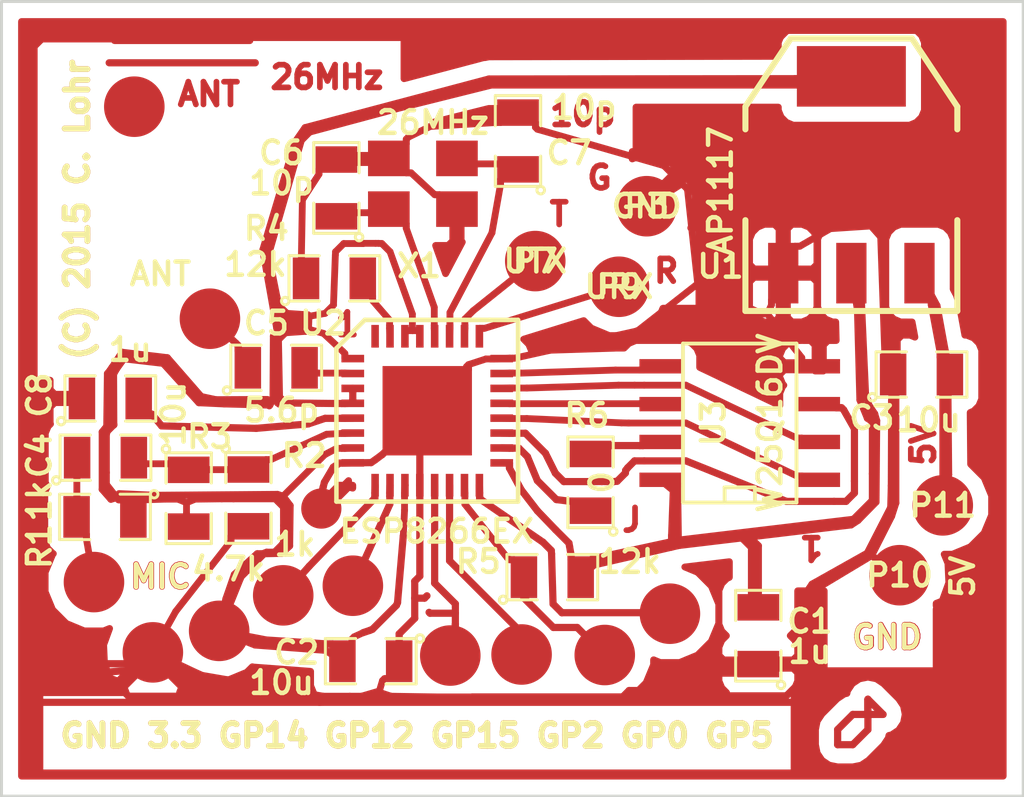
<source format=kicad_pcb>
(kicad_pcb (version 3) (host pcbnew "(2013-jul-07)-stable")

  (general
    (links 66)
    (no_connects 1)
    (area 36.807323 27.889999 73.710001 54.660001)
    (thickness 1.6)
    (drawings 20)
    (tracks 665)
    (zones 0)
    (modules 35)
    (nets 27)
  )

  (page User 139.7 139.7)
  (layers
    (15 F.Cu signal)
    (0 B.Cu signal)
    (16 B.Adhes user)
    (17 F.Adhes user)
    (18 B.Paste user)
    (19 F.Paste user)
    (20 B.SilkS user)
    (21 F.SilkS user)
    (22 B.Mask user)
    (23 F.Mask user)
    (24 Dwgs.User user)
    (25 Cmts.User user)
    (26 Eco1.User user)
    (27 Eco2.User user)
    (28 Edge.Cuts user)
  )

  (setup
    (last_trace_width 0.2413)
    (trace_clearance 0.2413)
    (zone_clearance 0.508)
    (zone_45_only no)
    (trace_min 0.1778)
    (segment_width 0.2)
    (edge_width 0.1)
    (via_size 0.889)
    (via_drill 0.635)
    (via_min_size 0.889)
    (via_min_drill 0.508)
    (uvia_size 0.508)
    (uvia_drill 0.127)
    (uvias_allowed no)
    (uvia_min_size 0.508)
    (uvia_min_drill 0.127)
    (pcb_text_width 0.3)
    (pcb_text_size 0.762 0.762)
    (mod_edge_width 0.15)
    (mod_text_size 0.762 0.762)
    (mod_text_width 0.15)
    (pad_size 1.35 1.35)
    (pad_drill 0)
    (pad_to_mask_clearance 0)
    (aux_axis_origin 0 0)
    (visible_elements FFFFFFBF)
    (pcbplotparams
      (layerselection 32768)
      (usegerberextensions false)
      (excludeedgelayer true)
      (linewidth 0.150000)
      (plotframeref false)
      (viasonmask false)
      (mode 1)
      (useauxorigin false)
      (hpglpennumber 1)
      (hpglpenspeed 20)
      (hpglpendiameter 15)
      (hpglpenoverlay 2)
      (psnegative false)
      (psa4output false)
      (plotreference true)
      (plotvalue true)
      (plotothertext true)
      (plotinvisibletext false)
      (padsonsilk false)
      (subtractmaskfromsilk false)
      (outputformat 2)
      (mirror false)
      (drillshape 0)
      (scaleselection 1)
      (outputdirectory ""))
  )

  (net 0 "")
  (net 1 +3.3V)
  (net 2 +5V)
  (net 3 GND)
  (net 4 N-000001)
  (net 5 N-0000010)
  (net 6 N-0000011)
  (net 7 N-0000013)
  (net 8 N-0000014)
  (net 9 N-0000016)
  (net 10 N-0000017)
  (net 11 N-0000018)
  (net 12 N-0000019)
  (net 13 N-000002)
  (net 14 N-0000020)
  (net 15 N-0000021)
  (net 16 N-0000022)
  (net 17 N-0000023)
  (net 18 N-0000024)
  (net 19 N-0000025)
  (net 20 N-0000027)
  (net 21 N-000003)
  (net 22 N-000004)
  (net 23 N-000005)
  (net 24 N-000007)
  (net 25 N-000008)
  (net 26 N-000009)

  (net_class Default "This is the default net class."
    (clearance 0.2413)
    (trace_width 0.2413)
    (via_dia 0.889)
    (via_drill 0.635)
    (uvia_dia 0.508)
    (uvia_drill 0.127)
    (add_net "")
    (add_net +3.3V)
    (add_net +5V)
    (add_net GND)
    (add_net N-000001)
    (add_net N-0000010)
    (add_net N-0000011)
    (add_net N-0000013)
    (add_net N-0000014)
    (add_net N-0000016)
    (add_net N-0000017)
    (add_net N-0000018)
    (add_net N-0000019)
    (add_net N-000002)
    (add_net N-0000020)
    (add_net N-0000021)
    (add_net N-0000022)
    (add_net N-0000023)
    (add_net N-0000024)
    (add_net N-0000025)
    (add_net N-0000027)
    (add_net N-000003)
    (add_net N-000004)
    (add_net N-000005)
    (add_net N-000007)
    (add_net N-000008)
    (add_net N-000009)
  )

  (module SOT223 (layer F.Cu) (tedit 55C8FBAF) (tstamp 55C8BA8F)
    (at 67.8923 33.7547)
    (descr "module CMS SOT223 4 pins")
    (tags "CMS SOT")
    (path /55C8C2C5)
    (attr smd)
    (fp_text reference U1 (at -4.3923 3.0753) (layer F.SilkS)
      (effects (font (size 0.762 0.762) (thickness 0.15)))
    )
    (fp_text value AP1117 (at -4.3923 0.5353 90) (layer F.SilkS)
      (effects (font (size 0.762 0.762) (thickness 0.15)))
    )
    (fp_line (start -3.556 1.524) (end -3.556 4.572) (layer F.SilkS) (width 0.2032))
    (fp_line (start -3.556 4.572) (end 3.556 4.572) (layer F.SilkS) (width 0.2032))
    (fp_line (start 3.556 4.572) (end 3.556 1.524) (layer F.SilkS) (width 0.2032))
    (fp_line (start -3.556 -1.524) (end -3.556 -2.286) (layer F.SilkS) (width 0.2032))
    (fp_line (start -3.556 -2.286) (end -2.032 -4.572) (layer F.SilkS) (width 0.2032))
    (fp_line (start -2.032 -4.572) (end 2.032 -4.572) (layer F.SilkS) (width 0.2032))
    (fp_line (start 2.032 -4.572) (end 3.556 -2.286) (layer F.SilkS) (width 0.2032))
    (fp_line (start 3.556 -2.286) (end 3.556 -1.524) (layer F.SilkS) (width 0.2032))
    (pad 4 smd rect (at 0 -3.302) (size 3.6576 2.032)
      (layers F.Cu F.Paste F.Mask)
      (net 1 +3.3V)
    )
    (pad 2 smd rect (at 0 3.302) (size 1.016 2.032)
      (layers F.Cu F.Paste F.Mask)
      (net 1 +3.3V)
    )
    (pad 3 smd rect (at 2.286 3.302) (size 1.016 2.032)
      (layers F.Cu F.Paste F.Mask)
      (net 2 +5V)
    )
    (pad 1 smd rect (at -2.286 3.302) (size 1.016 2.032)
      (layers F.Cu F.Paste F.Mask)
      (net 3 GND)
    )
    (model smd/SOT223.wrl
      (at (xyz 0 0 0))
      (scale (xyz 0.4 0.4 0.4))
      (rotate (xyz 0 0 0))
    )
  )

  (module SM0805 (layer F.Cu) (tedit 55C8FB52) (tstamp 55C8BAB0)
    (at 42.8429 45.2375 180)
    (path /55C8B7F5)
    (attr smd)
    (fp_text reference R1 (at 2.2029 -0.9905 270) (layer F.SilkS)
      (effects (font (size 0.762 0.762) (thickness 0.15)))
    )
    (fp_text value 1k (at 2.2029 0.5335 270) (layer F.SilkS)
      (effects (font (size 0.762 0.762) (thickness 0.15)))
    )
    (fp_circle (center -1.651 0.762) (end -1.651 0.635) (layer F.SilkS) (width 0.09906))
    (fp_line (start -0.508 0.762) (end -1.524 0.762) (layer F.SilkS) (width 0.09906))
    (fp_line (start -1.524 0.762) (end -1.524 -0.762) (layer F.SilkS) (width 0.09906))
    (fp_line (start -1.524 -0.762) (end -0.508 -0.762) (layer F.SilkS) (width 0.09906))
    (fp_line (start 0.508 -0.762) (end 1.524 -0.762) (layer F.SilkS) (width 0.09906))
    (fp_line (start 1.524 -0.762) (end 1.524 0.762) (layer F.SilkS) (width 0.09906))
    (fp_line (start 1.524 0.762) (end 0.508 0.762) (layer F.SilkS) (width 0.09906))
    (pad 1 smd rect (at -0.9525 0 180) (size 0.889 1.397)
      (layers F.Cu F.Paste F.Mask)
      (net 1 +3.3V)
    )
    (pad 2 smd rect (at 0.9525 0 180) (size 0.889 1.397)
      (layers F.Cu F.Paste F.Mask)
      (net 13 N-000002)
    )
    (model smd/chip_cms.wrl
      (at (xyz 0 0 0))
      (scale (xyz 0.1 0.1 0.1))
      (rotate (xyz 0 0 0))
    )
  )

  (module SM0805 (layer F.Cu) (tedit 55C8FAC9) (tstamp 55C8BABD)
    (at 56.7048 32.6213 90)
    (path /55C8B894)
    (attr smd)
    (fp_text reference C7 (at -0.3987 1.7152 180) (layer F.SilkS)
      (effects (font (size 0.762 0.762) (thickness 0.15)))
    )
    (fp_text value 10p (at 1.1253 2.2232 180) (layer F.SilkS)
      (effects (font (size 0.762 0.762) (thickness 0.15)))
    )
    (fp_circle (center -1.651 0.762) (end -1.651 0.635) (layer F.SilkS) (width 0.09906))
    (fp_line (start -0.508 0.762) (end -1.524 0.762) (layer F.SilkS) (width 0.09906))
    (fp_line (start -1.524 0.762) (end -1.524 -0.762) (layer F.SilkS) (width 0.09906))
    (fp_line (start -1.524 -0.762) (end -0.508 -0.762) (layer F.SilkS) (width 0.09906))
    (fp_line (start 0.508 -0.762) (end 1.524 -0.762) (layer F.SilkS) (width 0.09906))
    (fp_line (start 1.524 -0.762) (end 1.524 0.762) (layer F.SilkS) (width 0.09906))
    (fp_line (start 1.524 0.762) (end 0.508 0.762) (layer F.SilkS) (width 0.09906))
    (pad 1 smd rect (at -0.9525 0 90) (size 0.889 1.397)
      (layers F.Cu F.Paste F.Mask)
      (net 22 N-000004)
    )
    (pad 2 smd rect (at 0.9525 0 90) (size 0.889 1.397)
      (layers F.Cu F.Paste F.Mask)
      (net 3 GND)
    )
    (model smd/chip_cms.wrl
      (at (xyz 0 0 0))
      (scale (xyz 0.1 0.1 0.1))
      (rotate (xyz 0 0 0))
    )
  )

  (module SM0805 (layer F.Cu) (tedit 55C8FACF) (tstamp 55C8BACA)
    (at 50.6094 34.1971 90)
    (path /55C8B88E)
    (attr smd)
    (fp_text reference C6 (at 1.1771 -1.8414 180) (layer F.SilkS)
      (effects (font (size 0.762 0.762) (thickness 0.15)))
    )
    (fp_text value 10p (at 0.1611 -1.8414 180) (layer F.SilkS)
      (effects (font (size 0.762 0.762) (thickness 0.15)))
    )
    (fp_circle (center -1.651 0.762) (end -1.651 0.635) (layer F.SilkS) (width 0.09906))
    (fp_line (start -0.508 0.762) (end -1.524 0.762) (layer F.SilkS) (width 0.09906))
    (fp_line (start -1.524 0.762) (end -1.524 -0.762) (layer F.SilkS) (width 0.09906))
    (fp_line (start -1.524 -0.762) (end -0.508 -0.762) (layer F.SilkS) (width 0.09906))
    (fp_line (start 0.508 -0.762) (end 1.524 -0.762) (layer F.SilkS) (width 0.09906))
    (fp_line (start 1.524 -0.762) (end 1.524 0.762) (layer F.SilkS) (width 0.09906))
    (fp_line (start 1.524 0.762) (end 0.508 0.762) (layer F.SilkS) (width 0.09906))
    (pad 1 smd rect (at -0.9525 0 90) (size 0.889 1.397)
      (layers F.Cu F.Paste F.Mask)
      (net 21 N-000003)
    )
    (pad 2 smd rect (at 0.9525 0 90) (size 0.889 1.397)
      (layers F.Cu F.Paste F.Mask)
      (net 3 GND)
    )
    (model smd/chip_cms.wrl
      (at (xyz 0 0 0))
      (scale (xyz 0.1 0.1 0.1))
      (rotate (xyz 0 0 0))
    )
  )

  (module SM0805 (layer F.Cu) (tedit 55D245F2) (tstamp 55C8BAD7)
    (at 70.2467 40.4597)
    (path /55C8C2DE)
    (attr smd)
    (fp_text reference C3 (at -1.6667 1.4503) (layer F.SilkS)
      (effects (font (size 0.762 0.762) (thickness 0.15)))
    )
    (fp_text value 10u (at 0.2383 1.5265) (layer F.SilkS)
      (effects (font (size 0.762 0.762) (thickness 0.15)))
    )
    (fp_circle (center -1.651 0.762) (end -1.651 0.635) (layer F.SilkS) (width 0.09906))
    (fp_line (start -0.508 0.762) (end -1.524 0.762) (layer F.SilkS) (width 0.09906))
    (fp_line (start -1.524 0.762) (end -1.524 -0.762) (layer F.SilkS) (width 0.09906))
    (fp_line (start -1.524 -0.762) (end -0.508 -0.762) (layer F.SilkS) (width 0.09906))
    (fp_line (start 0.508 -0.762) (end 1.524 -0.762) (layer F.SilkS) (width 0.09906))
    (fp_line (start 1.524 -0.762) (end 1.524 0.762) (layer F.SilkS) (width 0.09906))
    (fp_line (start 1.524 0.762) (end 0.508 0.762) (layer F.SilkS) (width 0.09906))
    (pad 1 smd rect (at -0.9525 0) (size 0.889 1.397)
      (layers F.Cu F.Paste F.Mask)
      (net 3 GND)
    )
    (pad 2 smd rect (at 0.9525 0) (size 0.889 1.397)
      (layers F.Cu F.Paste F.Mask)
      (net 2 +5V)
    )
    (model smd/chip_cms.wrl
      (at (xyz 0 0 0))
      (scale (xyz 0.1 0.1 0.1))
      (rotate (xyz 0 0 0))
    )
  )

  (module SM0805 (layer F.Cu) (tedit 55C8FB0F) (tstamp 55C8BAE4)
    (at 51.7637 50.0804 180)
    (path /55C8C2E4)
    (attr smd)
    (fp_text reference C2 (at 2.4877 0.2964 180) (layer F.SilkS)
      (effects (font (size 0.762 0.762) (thickness 0.15)))
    )
    (fp_text value 10u (at 2.9957 -0.7196 180) (layer F.SilkS)
      (effects (font (size 0.762 0.762) (thickness 0.15)))
    )
    (fp_circle (center -1.651 0.762) (end -1.651 0.635) (layer F.SilkS) (width 0.09906))
    (fp_line (start -0.508 0.762) (end -1.524 0.762) (layer F.SilkS) (width 0.09906))
    (fp_line (start -1.524 0.762) (end -1.524 -0.762) (layer F.SilkS) (width 0.09906))
    (fp_line (start -1.524 -0.762) (end -0.508 -0.762) (layer F.SilkS) (width 0.09906))
    (fp_line (start 0.508 -0.762) (end 1.524 -0.762) (layer F.SilkS) (width 0.09906))
    (fp_line (start 1.524 -0.762) (end 1.524 0.762) (layer F.SilkS) (width 0.09906))
    (fp_line (start 1.524 0.762) (end 0.508 0.762) (layer F.SilkS) (width 0.09906))
    (pad 1 smd rect (at -0.9525 0 180) (size 0.889 1.397)
      (layers F.Cu F.Paste F.Mask)
      (net 3 GND)
    )
    (pad 2 smd rect (at 0.9525 0 180) (size 0.889 1.397)
      (layers F.Cu F.Paste F.Mask)
      (net 1 +3.3V)
    )
    (model smd/chip_cms.wrl
      (at (xyz 0 0 0))
      (scale (xyz 0.1 0.1 0.1))
      (rotate (xyz 0 0 0))
    )
  )

  (module SM0805 (layer F.Cu) (tedit 55C8FA8F) (tstamp 55C8BAF1)
    (at 64.77 49.2252 90)
    (path /55C8C2EA)
    (attr smd)
    (fp_text reference C1 (at 0.4826 1.7272 180) (layer F.SilkS)
      (effects (font (size 0.762 0.762) (thickness 0.15)))
    )
    (fp_text value 1u (at -0.5334 1.7272 180) (layer F.SilkS)
      (effects (font (size 0.762 0.762) (thickness 0.15)))
    )
    (fp_circle (center -1.651 0.762) (end -1.651 0.635) (layer F.SilkS) (width 0.09906))
    (fp_line (start -0.508 0.762) (end -1.524 0.762) (layer F.SilkS) (width 0.09906))
    (fp_line (start -1.524 0.762) (end -1.524 -0.762) (layer F.SilkS) (width 0.09906))
    (fp_line (start -1.524 -0.762) (end -0.508 -0.762) (layer F.SilkS) (width 0.09906))
    (fp_line (start 0.508 -0.762) (end 1.524 -0.762) (layer F.SilkS) (width 0.09906))
    (fp_line (start 1.524 -0.762) (end 1.524 0.762) (layer F.SilkS) (width 0.09906))
    (fp_line (start 1.524 0.762) (end 0.508 0.762) (layer F.SilkS) (width 0.09906))
    (pad 1 smd rect (at -0.9525 0 90) (size 0.889 1.397)
      (layers F.Cu F.Paste F.Mask)
      (net 3 GND)
    )
    (pad 2 smd rect (at 0.9525 0 90) (size 0.889 1.397)
      (layers F.Cu F.Paste F.Mask)
      (net 1 +3.3V)
    )
    (model smd/chip_cms.wrl
      (at (xyz 0 0 0))
      (scale (xyz 0.1 0.1 0.1))
      (rotate (xyz 0 0 0))
    )
  )

  (module SM0805 (layer F.Cu) (tedit 55CA08CE) (tstamp 55C8BAFE)
    (at 42.8601 43.2504)
    (path /55C8B7D1)
    (attr smd)
    (fp_text reference C4 (at -2.2201 -0.0704 90) (layer F.SilkS)
      (effects (font (size 0.762 0.762) (thickness 0.15)))
    )
    (fp_text value 10u (at 2.2757 -1.4674 90) (layer F.SilkS)
      (effects (font (size 0.762 0.762) (thickness 0.15)))
    )
    (fp_circle (center -1.651 0.762) (end -1.651 0.635) (layer F.SilkS) (width 0.09906))
    (fp_line (start -0.508 0.762) (end -1.524 0.762) (layer F.SilkS) (width 0.09906))
    (fp_line (start -1.524 0.762) (end -1.524 -0.762) (layer F.SilkS) (width 0.09906))
    (fp_line (start -1.524 -0.762) (end -0.508 -0.762) (layer F.SilkS) (width 0.09906))
    (fp_line (start 0.508 -0.762) (end 1.524 -0.762) (layer F.SilkS) (width 0.09906))
    (fp_line (start 1.524 -0.762) (end 1.524 0.762) (layer F.SilkS) (width 0.09906))
    (fp_line (start 1.524 0.762) (end 0.508 0.762) (layer F.SilkS) (width 0.09906))
    (pad 1 smd rect (at -0.9525 0) (size 0.889 1.397)
      (layers F.Cu F.Paste F.Mask)
      (net 13 N-000002)
    )
    (pad 2 smd rect (at 0.9525 0) (size 0.889 1.397)
      (layers F.Cu F.Paste F.Mask)
      (net 23 N-000005)
    )
    (model smd/chip_cms.wrl
      (at (xyz 0 0 0))
      (scale (xyz 0.1 0.1 0.1))
      (rotate (xyz 0 0 0))
    )
  )

  (module SM0805 (layer F.Cu) (tedit 55C8FA8B) (tstamp 55C8BB0B)
    (at 57.8561 47.2592)
    (path /55C8B7BD)
    (attr smd)
    (fp_text reference R5 (at -2.4841 -0.5232) (layer F.SilkS)
      (effects (font (size 0.762 0.762) (thickness 0.15)))
    )
    (fp_text value 12k (at 2.5959 -0.5232) (layer F.SilkS)
      (effects (font (size 0.762 0.762) (thickness 0.15)))
    )
    (fp_circle (center -1.651 0.762) (end -1.651 0.635) (layer F.SilkS) (width 0.09906))
    (fp_line (start -0.508 0.762) (end -1.524 0.762) (layer F.SilkS) (width 0.09906))
    (fp_line (start -1.524 0.762) (end -1.524 -0.762) (layer F.SilkS) (width 0.09906))
    (fp_line (start -1.524 -0.762) (end -0.508 -0.762) (layer F.SilkS) (width 0.09906))
    (fp_line (start 0.508 -0.762) (end 1.524 -0.762) (layer F.SilkS) (width 0.09906))
    (fp_line (start 1.524 -0.762) (end 1.524 0.762) (layer F.SilkS) (width 0.09906))
    (fp_line (start 1.524 0.762) (end 0.508 0.762) (layer F.SilkS) (width 0.09906))
    (pad 1 smd rect (at -0.9525 0) (size 0.889 1.397)
      (layers F.Cu F.Paste F.Mask)
      (net 25 N-000008)
    )
    (pad 2 smd rect (at 0.9525 0) (size 0.889 1.397)
      (layers F.Cu F.Paste F.Mask)
      (net 1 +3.3V)
    )
    (model smd/chip_cms.wrl
      (at (xyz 0 0 0))
      (scale (xyz 0.1 0.1 0.1))
      (rotate (xyz 0 0 0))
    )
  )

  (module SM0805 (layer F.Cu) (tedit 55CA06E2) (tstamp 55C8BB18)
    (at 50.5431 37.2316)
    (path /55C8B7AB)
    (attr smd)
    (fp_text reference R4 (at -2.2831 -1.6716) (layer F.SilkS)
      (effects (font (size 0.762 0.762) (thickness 0.15)))
    )
    (fp_text value 12k (at -2.6514 -0.4651) (layer F.SilkS)
      (effects (font (size 0.762 0.762) (thickness 0.15)))
    )
    (fp_circle (center -1.651 0.762) (end -1.651 0.635) (layer F.SilkS) (width 0.09906))
    (fp_line (start -0.508 0.762) (end -1.524 0.762) (layer F.SilkS) (width 0.09906))
    (fp_line (start -1.524 0.762) (end -1.524 -0.762) (layer F.SilkS) (width 0.09906))
    (fp_line (start -1.524 -0.762) (end -0.508 -0.762) (layer F.SilkS) (width 0.09906))
    (fp_line (start 0.508 -0.762) (end 1.524 -0.762) (layer F.SilkS) (width 0.09906))
    (fp_line (start 1.524 -0.762) (end 1.524 0.762) (layer F.SilkS) (width 0.09906))
    (fp_line (start 1.524 0.762) (end 0.508 0.762) (layer F.SilkS) (width 0.09906))
    (pad 1 smd rect (at -0.9525 0) (size 0.889 1.397)
      (layers F.Cu F.Paste F.Mask)
      (net 3 GND)
    )
    (pad 2 smd rect (at 0.9525 0) (size 0.889 1.397)
      (layers F.Cu F.Paste F.Mask)
      (net 26 N-000009)
    )
    (model smd/chip_cms.wrl
      (at (xyz 0 0 0))
      (scale (xyz 0.1 0.1 0.1))
      (rotate (xyz 0 0 0))
    )
  )

  (module SM0805 (layer F.Cu) (tedit 55CA08A7) (tstamp 55C8BB25)
    (at 47.6585 44.6 270)
    (path /55C8B7A5)
    (attr smd)
    (fp_text reference R2 (at -1.42 -1.8715 360) (layer F.SilkS)
      (effects (font (size 0.762 0.762) (thickness 0.15)))
    )
    (fp_text value 1k (at 1.55688 -1.55654 360) (layer F.SilkS)
      (effects (font (size 0.762 0.762) (thickness 0.15)))
    )
    (fp_circle (center -1.651 0.762) (end -1.651 0.635) (layer F.SilkS) (width 0.09906))
    (fp_line (start -0.508 0.762) (end -1.524 0.762) (layer F.SilkS) (width 0.09906))
    (fp_line (start -1.524 0.762) (end -1.524 -0.762) (layer F.SilkS) (width 0.09906))
    (fp_line (start -1.524 -0.762) (end -0.508 -0.762) (layer F.SilkS) (width 0.09906))
    (fp_line (start 0.508 -0.762) (end 1.524 -0.762) (layer F.SilkS) (width 0.09906))
    (fp_line (start 1.524 -0.762) (end 1.524 0.762) (layer F.SilkS) (width 0.09906))
    (fp_line (start 1.524 0.762) (end 0.508 0.762) (layer F.SilkS) (width 0.09906))
    (pad 1 smd rect (at -0.9525 0 270) (size 0.889 1.397)
      (layers F.Cu F.Paste F.Mask)
      (net 23 N-000005)
    )
    (pad 2 smd rect (at 0.9525 0 270) (size 0.889 1.397)
      (layers F.Cu F.Paste F.Mask)
      (net 3 GND)
    )
    (model smd/chip_cms.wrl
      (at (xyz 0 0 0))
      (scale (xyz 0.1 0.1 0.1))
      (rotate (xyz 0 0 0))
    )
  )

  (module SM0805 (layer F.Cu) (tedit 55C8FB9B) (tstamp 55C8BB32)
    (at 45.6528 44.6105 270)
    (path /55C8B785)
    (attr smd)
    (fp_text reference R3 (at -2.0655 -0.7022 360) (layer F.SilkS)
      (effects (font (size 0.762 0.762) (thickness 0.15)))
    )
    (fp_text value 4.7k (at 2.3795 -1.3372 360) (layer F.SilkS)
      (effects (font (size 0.762 0.762) (thickness 0.15)))
    )
    (fp_circle (center -1.651 0.762) (end -1.651 0.635) (layer F.SilkS) (width 0.09906))
    (fp_line (start -0.508 0.762) (end -1.524 0.762) (layer F.SilkS) (width 0.09906))
    (fp_line (start -1.524 0.762) (end -1.524 -0.762) (layer F.SilkS) (width 0.09906))
    (fp_line (start -1.524 -0.762) (end -0.508 -0.762) (layer F.SilkS) (width 0.09906))
    (fp_line (start 0.508 -0.762) (end 1.524 -0.762) (layer F.SilkS) (width 0.09906))
    (fp_line (start 1.524 -0.762) (end 1.524 0.762) (layer F.SilkS) (width 0.09906))
    (fp_line (start 1.524 0.762) (end 0.508 0.762) (layer F.SilkS) (width 0.09906))
    (pad 1 smd rect (at -0.9525 0 270) (size 0.889 1.397)
      (layers F.Cu F.Paste F.Mask)
      (net 23 N-000005)
    )
    (pad 2 smd rect (at 0.9525 0 270) (size 0.889 1.397)
      (layers F.Cu F.Paste F.Mask)
      (net 1 +3.3V)
    )
    (model smd/chip_cms.wrl
      (at (xyz 0 0 0))
      (scale (xyz 0.1 0.1 0.1))
      (rotate (xyz 0 0 0))
    )
  )

  (module SM0805 (layer F.Cu) (tedit 55C8FB8B) (tstamp 55C8BB3F)
    (at 48.5902 40.2336)
    (path /55C8B75E)
    (attr smd)
    (fp_text reference C5 (at -0.3302 -1.4986) (layer F.SilkS)
      (effects (font (size 0.762 0.762) (thickness 0.15)))
    )
    (fp_text value 5.6p (at 0.1778 1.4224) (layer F.SilkS)
      (effects (font (size 0.762 0.762) (thickness 0.15)))
    )
    (fp_circle (center -1.651 0.762) (end -1.651 0.635) (layer F.SilkS) (width 0.09906))
    (fp_line (start -0.508 0.762) (end -1.524 0.762) (layer F.SilkS) (width 0.09906))
    (fp_line (start -1.524 0.762) (end -1.524 -0.762) (layer F.SilkS) (width 0.09906))
    (fp_line (start -1.524 -0.762) (end -0.508 -0.762) (layer F.SilkS) (width 0.09906))
    (fp_line (start 0.508 -0.762) (end 1.524 -0.762) (layer F.SilkS) (width 0.09906))
    (fp_line (start 1.524 -0.762) (end 1.524 0.762) (layer F.SilkS) (width 0.09906))
    (fp_line (start 1.524 0.762) (end 0.508 0.762) (layer F.SilkS) (width 0.09906))
    (pad 1 smd rect (at -0.9525 0) (size 0.889 1.397)
      (layers F.Cu F.Paste F.Mask)
      (net 4 N-000001)
    )
    (pad 2 smd rect (at 0.9525 0) (size 0.889 1.397)
      (layers F.Cu F.Paste F.Mask)
      (net 6 N-0000011)
    )
    (model smd/chip_cms.wrl
      (at (xyz 0 0 0))
      (scale (xyz 0.1 0.1 0.1))
      (rotate (xyz 0 0 0))
    )
  )

  (module QFN32 (layer F.Cu) (tedit 55C8FB8E) (tstamp 55C8BB6A)
    (at 53.6586 41.6746)
    (descr "Support CMS Plcc 32 pins")
    (tags "CMS Plcc")
    (path /55C8B6FD)
    (attr smd)
    (fp_text reference U2 (at -3.4936 -2.9396) (layer F.SilkS)
      (effects (font (size 0.762 0.762) (thickness 0.15)))
    )
    (fp_text value ESP8266EX (at 0.3164 4.0454) (layer F.SilkS)
      (effects (font (size 0.762 0.762) (thickness 0.15)))
    )
    (fp_line (start -2.0955 -3.048) (end 2.0955 -3.048) (layer F.SilkS) (width 0.1524))
    (fp_line (start 2.0955 -3.048) (end 3.048 -3.048) (layer F.SilkS) (width 0.1524))
    (fp_line (start 3.048 -3.048) (end 3.048 3.048) (layer F.SilkS) (width 0.1524))
    (fp_line (start 3.048 3.048) (end -3.048 3.048) (layer F.SilkS) (width 0.1524))
    (fp_line (start -3.048 3.048) (end -3.048 -2.0955) (layer F.SilkS) (width 0.1524))
    (fp_line (start -3.048 -2.0955) (end -2.0955 -3.048) (layer F.SilkS) (width 0.1524))
    (pad 31 smd rect (at -1.24968 -2.49936) (size 0.254 0.762)
      (layers F.Cu F.Paste F.Mask)
      (net 26 N-000009)
    )
    (pad 30 smd rect (at -0.7493 -2.49936) (size 0.254 0.762)
      (layers F.Cu F.Paste F.Mask)
      (net 1 +3.3V)
    )
    (pad 29 smd rect (at -0.24892 -2.49936) (size 0.254 0.762)
      (layers F.Cu F.Paste F.Mask)
      (net 1 +3.3V)
    )
    (pad 32 smd rect (at -1.75006 -2.49936) (size 0.254 0.762)
      (layers F.Cu F.Paste F.Mask)
    )
    (pad 1 smd rect (at -2.49936 -1.75006 90) (size 0.254 0.762)
      (layers F.Cu F.Paste F.Mask)
      (net 1 +3.3V)
    )
    (pad 2 smd rect (at -2.49936 -1.24968 90) (size 0.254 0.762)
      (layers F.Cu F.Paste F.Mask)
      (net 6 N-0000011)
    )
    (pad 3 smd rect (at -2.49936 -0.7493 90) (size 0.254 0.762)
      (layers F.Cu F.Paste F.Mask)
      (net 1 +3.3V)
    )
    (pad 4 smd rect (at -2.49936 -0.24892 90) (size 0.254 0.762)
      (layers F.Cu F.Paste F.Mask)
      (net 1 +3.3V)
    )
    (pad 5 smd rect (at -2.49936 0.24892 90) (size 0.254 0.762)
      (layers F.Cu F.Paste F.Mask)
      (net 8 N-0000014)
    )
    (pad 6 smd rect (at -2.49936 0.7493 90) (size 0.254 0.762)
      (layers F.Cu F.Paste F.Mask)
      (net 23 N-000005)
    )
    (pad 7 smd rect (at -2.49936 1.24968 90) (size 0.254 0.762)
      (layers F.Cu F.Paste F.Mask)
      (net 1 +3.3V)
    )
    (pad 8 smd rect (at -2.49936 1.75006 90) (size 0.254 0.762)
      (layers F.Cu F.Paste F.Mask)
      (net 3 GND)
    )
    (pad 16 smd rect (at 1.75006 2.49936) (size 0.254 0.762)
      (layers F.Cu F.Paste F.Mask)
      (net 11 N-0000018)
    )
    (pad 9 smd rect (at -1.75006 2.49936) (size 0.254 0.762)
      (layers F.Cu F.Paste F.Mask)
      (net 9 N-0000016)
    )
    (pad 10 smd rect (at -1.24968 2.49936) (size 0.254 0.762)
      (layers F.Cu F.Paste F.Mask)
      (net 10 N-0000017)
    )
    (pad 11 smd rect (at -0.7493 2.49936) (size 0.254 0.762)
      (layers F.Cu F.Paste F.Mask)
      (net 1 +3.3V)
    )
    (pad 12 smd rect (at -0.24892 2.49936) (size 0.254 0.762)
      (layers F.Cu F.Paste F.Mask)
      (net 3 GND)
    )
    (pad 13 smd rect (at 0.24892 2.49936) (size 0.254 0.762)
      (layers F.Cu F.Paste F.Mask)
      (net 5 N-0000010)
    )
    (pad 14 smd rect (at 0.7493 2.49936) (size 0.254 0.762)
      (layers F.Cu F.Paste F.Mask)
      (net 24 N-000007)
    )
    (pad 15 smd rect (at 1.24968 2.49936) (size 0.254 0.762)
      (layers F.Cu F.Paste F.Mask)
      (net 25 N-000008)
    )
    (pad 17 smd rect (at 2.49936 1.75006 90) (size 0.254 0.762)
      (layers F.Cu F.Paste F.Mask)
      (net 1 +3.3V)
    )
    (pad 18 smd rect (at 2.49936 1.24968 90) (size 0.254 0.762)
      (layers F.Cu F.Paste F.Mask)
      (net 12 N-0000019)
    )
    (pad 19 smd rect (at 2.49936 0.7493 90) (size 0.254 0.762)
      (layers F.Cu F.Paste F.Mask)
      (net 17 N-0000023)
    )
    (pad 20 smd rect (at 2.49936 0.24892 90) (size 0.254 0.762)
      (layers F.Cu F.Paste F.Mask)
      (net 16 N-0000022)
    )
    (pad 21 smd rect (at 2.49936 -0.24892 90) (size 0.254 0.762)
      (layers F.Cu F.Paste F.Mask)
      (net 15 N-0000021)
    )
    (pad 22 smd rect (at 2.49936 -0.7493 90) (size 0.254 0.762)
      (layers F.Cu F.Paste F.Mask)
      (net 20 N-0000027)
    )
    (pad 23 smd rect (at 2.49936 -1.24968 90) (size 0.254 0.762)
      (layers F.Cu F.Paste F.Mask)
      (net 19 N-0000025)
    )
    (pad 24 smd rect (at 2.49936 -1.75006 90) (size 0.254 0.762)
      (layers F.Cu F.Paste F.Mask)
      (net 3 GND)
    )
    (pad 25 smd rect (at 1.75006 -2.49936) (size 0.254 0.762)
      (layers F.Cu F.Paste F.Mask)
      (net 18 N-0000024)
    )
    (pad 26 smd rect (at 1.24968 -2.49936) (size 0.254 0.762)
      (layers F.Cu F.Paste F.Mask)
      (net 7 N-0000013)
    )
    (pad 27 smd rect (at 0.7493 -2.49936) (size 0.254 0.762)
      (layers F.Cu F.Paste F.Mask)
      (net 22 N-000004)
    )
    (pad 28 smd rect (at 0.24892 -2.49936) (size 0.254 0.762)
      (layers F.Cu F.Paste F.Mask)
      (net 21 N-000003)
    )
    (pad 33 smd rect (at 0 0) (size 2.99974 2.99974)
      (layers F.Cu F.Paste F.Mask)
      (net 3 GND)
    )
  )

  (module XTAL4P (layer F.Cu) (tedit 55C8FABE) (tstamp 55C8BB72)
    (at 54.6558 34.9082 180)
    (path /55C8B716)
    (fp_text reference X1 (at 1.27 -1.905 180) (layer F.SilkS)
      (effects (font (size 0.762 0.762) (thickness 0.15)))
    )
    (fp_text value 26MHz (at 0.8078 2.9042 180) (layer F.SilkS)
      (effects (font (size 0.762 0.762) (thickness 0.15)))
    )
    (pad 4 smd rect (at 0 0 180) (size 1.397 1.1938)
      (layers F.Cu F.Paste F.Mask)
      (net 3 GND)
    )
    (pad 1 smd rect (at 0 1.7018 180) (size 1.397 1.1938)
      (layers F.Cu F.Paste F.Mask)
      (net 22 N-000004)
    )
    (pad 3 smd rect (at 2.286 1.7018 180) (size 1.397 1.1938)
      (layers F.Cu F.Paste F.Mask)
      (net 3 GND)
    )
    (pad 2 smd rect (at 2.286 0 180) (size 1.397 1.1938)
      (layers F.Cu F.Paste F.Mask)
      (net 21 N-000003)
    )
  )

  (module .1SMTPIN (layer F.Cu) (tedit 55C8FB3D) (tstamp 55C8BB77)
    (at 44.45 49.784)
    (path /55C8B809)
    (fp_text reference P4 (at 0 0) (layer F.SilkS) hide
      (effects (font (size 0.762 0.762) (thickness 0.15)))
    )
    (fp_text value GND (at 0 0) (layer F.SilkS) hide
      (effects (font (size 0.762 0.762) (thickness 0.15)))
    )
    (pad 1 smd circle (at 0 0) (size 2.032 2.032)
      (layers F.Cu F.Paste F.Mask)
      (net 3 GND)
    )
  )

  (module .1SMTPIN (layer F.Cu) (tedit 55C8FB36) (tstamp 55C8BB7C)
    (at 46.6749 49.0627)
    (path /55C8B835)
    (fp_text reference P5 (at 0 0) (layer F.SilkS) hide
      (effects (font (size 0.762 0.762) (thickness 0.15)))
    )
    (fp_text value 5V (at 0 0) (layer F.SilkS) hide
      (effects (font (size 0.762 0.762) (thickness 0.15)))
    )
    (pad 1 smd circle (at 0 0) (size 2.032 2.032)
      (layers F.Cu F.Paste F.Mask)
      (net 1 +3.3V)
    )
  )

  (module .1SMTPIN (layer F.Cu) (tedit 5102E01B) (tstamp 55C8BB81)
    (at 61.0233 34.8108)
    (path /55C8B83B)
    (fp_text reference P3 (at 0 0) (layer F.SilkS)
      (effects (font (size 0.762 0.762) (thickness 0.15)))
    )
    (fp_text value GND (at 0 0) (layer F.SilkS)
      (effects (font (size 0.762 0.762) (thickness 0.15)))
    )
    (pad 1 smd circle (at 0 0) (size 2.032 2.032)
      (layers F.Cu F.Paste F.Mask)
      (net 3 GND)
    )
  )

  (module .1SMTPIN (layer F.Cu) (tedit 55C8FB4C) (tstamp 55C8BB86)
    (at 42.4737 47.4252)
    (path /55C8B86A)
    (fp_text reference P1 (at 0 0) (layer F.SilkS) hide
      (effects (font (size 0.762 0.762) (thickness 0.15)))
    )
    (fp_text value MIC (at 2.2303 -0.1812) (layer F.SilkS)
      (effects (font (size 0.762 0.762) (thickness 0.15)))
    )
    (pad 1 smd circle (at 0 0) (size 2.032 2.032)
      (layers F.Cu F.Paste F.Mask)
      (net 13 N-000002)
    )
  )

  (module .1SMTPIN (layer F.Cu) (tedit 55C8FB82) (tstamp 55C8BB8B)
    (at 46.3656 38.5863)
    (path /55C8B87C)
    (fp_text reference P2 (at 0 0) (layer F.SilkS) hide
      (effects (font (size 0.762 0.762) (thickness 0.15)))
    )
    (fp_text value ANT (at -1.6616 -1.5023) (layer F.SilkS)
      (effects (font (size 0.762 0.762) (thickness 0.15)))
    )
    (pad 1 smd circle (at 0 0) (size 2.032 2.032)
      (layers F.Cu F.Paste F.Mask)
      (net 4 N-000001)
    )
  )

  (module .1SMTPIN (layer F.Cu) (tedit 55C8FB1C) (tstamp 55C8BB90)
    (at 59.61634 49.8729)
    (path /55C8B8D4)
    (fp_text reference P8 (at 0 0) (layer F.SilkS) hide
      (effects (font (size 0.762 0.762) (thickness 0.15)))
    )
    (fp_text value GPIO0 (at -0.1459 3.1216) (layer F.SilkS) hide
      (effects (font (size 0.762 0.762) (thickness 0.15)))
    )
    (pad 1 smd circle (at 0 0) (size 2.032 2.032)
      (layers F.Cu F.Paste F.Mask)
      (net 25 N-000008)
    )
  )

  (module .1SMTPIN (layer F.Cu) (tedit 5102E01B) (tstamp 55C8BB95)
    (at 57.2838 36.6523)
    (path /55C8B8E6)
    (fp_text reference P7 (at 0 0) (layer F.SilkS)
      (effects (font (size 0.762 0.762) (thickness 0.15)))
    )
    (fp_text value UTX (at 0 0) (layer F.SilkS)
      (effects (font (size 0.762 0.762) (thickness 0.15)))
    )
    (pad 1 smd circle (at 0 0) (size 2.032 2.032)
      (layers F.Cu F.Paste F.Mask)
      (net 7 N-0000013)
    )
  )

  (module .1SMTPIN (layer F.Cu) (tedit 5102E01B) (tstamp 55C8BB9A)
    (at 60.093 37.5139)
    (path /55C8B8EC)
    (fp_text reference P9 (at 0 0) (layer F.SilkS)
      (effects (font (size 0.762 0.762) (thickness 0.15)))
    )
    (fp_text value URX (at 0 0) (layer F.SilkS)
      (effects (font (size 0.762 0.762) (thickness 0.15)))
    )
    (pad 1 smd circle (at 0 0) (size 2.032 2.032)
      (layers F.Cu F.Paste F.Mask)
      (net 18 N-0000024)
    )
  )

  (module .1SMTPIN (layer F.Cu) (tedit 55C8FB22) (tstamp 55C8BB9F)
    (at 56.82488 49.85512)
    (path /55C8B90A)
    (fp_text reference P6 (at 0 0) (layer F.SilkS) hide
      (effects (font (size 0.762 0.762) (thickness 0.15)))
    )
    (fp_text value GPIO2 (at -0.2391 -1.5268) (layer F.SilkS) hide
      (effects (font (size 0.762 0.762) (thickness 0.15)))
    )
    (pad 1 smd circle (at 0 0) (size 2.032 2.032)
      (layers F.Cu F.Paste F.Mask)
      (net 24 N-000007)
    )
  )

  (module .1SMTPIN (layer F.Cu) (tedit 55C8FA9E) (tstamp 55C8BBA4)
    (at 70.9603 44.8508)
    (path /55C8C79F)
    (fp_text reference P11 (at 0 0) (layer F.SilkS)
      (effects (font (size 0.762 0.762) (thickness 0.15)))
    )
    (fp_text value 5V (at 0.6677 2.3932 90) (layer F.SilkS)
      (effects (font (size 0.762 0.762) (thickness 0.15)))
    )
    (pad 1 smd circle (at 0 0) (size 2.032 2.032)
      (layers F.Cu F.Paste F.Mask)
      (net 2 +5V)
    )
  )

  (module .1SMTPIN (layer F.Cu) (tedit 55C8FA9B) (tstamp 55C8BBA9)
    (at 69.5114 47.1943)
    (path /55C8C838)
    (fp_text reference P10 (at 0 0) (layer F.SilkS)
      (effects (font (size 0.762 0.762) (thickness 0.15)))
    )
    (fp_text value GND (at -0.4234 2.0817) (layer F.SilkS)
      (effects (font (size 0.762 0.762) (thickness 0.15)))
    )
    (pad 1 smd circle (at 0 0) (size 2.032 2.032)
      (layers F.Cu F.Paste F.Mask)
      (net 3 GND)
    )
  )

  (module SO8ESKINNY (layer F.Cu) (tedit 55C8BB85) (tstamp 55C8BDDD)
    (at 64.1462 42.0876 90)
    (descr "module CMS SOJ 8 pins etroit")
    (tags "CMS SOJ")
    (path /55C8B733)
    (attr smd)
    (fp_text reference U3 (at 0 -0.889 90) (layer F.SilkS)
      (effects (font (size 0.762 0.762) (thickness 0.15)))
    )
    (fp_text value W25Q16DV (at 0 1.016 90) (layer F.SilkS)
      (effects (font (size 0.762 0.762) (thickness 0.15)))
    )
    (fp_line (start -2.667 1.778) (end -2.667 1.905) (layer F.SilkS) (width 0.127))
    (fp_line (start -2.667 1.905) (end 2.667 1.905) (layer F.SilkS) (width 0.127))
    (fp_line (start 2.667 -1.905) (end -2.667 -1.905) (layer F.SilkS) (width 0.127))
    (fp_line (start -2.667 -1.905) (end -2.667 1.778) (layer F.SilkS) (width 0.127))
    (fp_line (start -2.667 -0.508) (end -2.159 -0.508) (layer F.SilkS) (width 0.127))
    (fp_line (start -2.159 -0.508) (end -2.159 0.508) (layer F.SilkS) (width 0.127))
    (fp_line (start -2.159 0.508) (end -2.667 0.508) (layer F.SilkS) (width 0.127))
    (fp_line (start 2.667 -1.905) (end 2.667 1.905) (layer F.SilkS) (width 0.127))
    (pad 8 smd rect (at -1.905 -2.667 90) (size 0.4826 1.39954)
      (layers F.Cu F.Paste F.Mask)
      (net 1 +3.3V)
    )
    (pad 1 smd rect (at -1.905 2.667 90) (size 0.4826 1.39954)
      (layers F.Cu F.Paste F.Mask)
      (net 16 N-0000022)
    )
    (pad 7 smd rect (at -0.635 -2.667 90) (size 0.4826 1.39954)
      (layers F.Cu F.Paste F.Mask)
      (net 14 N-0000020)
    )
    (pad 6 smd rect (at 0.635 -2.667 90) (size 0.4826 1.39954)
      (layers F.Cu F.Paste F.Mask)
      (net 15 N-0000021)
    )
    (pad 5 smd rect (at 1.905 -2.667 90) (size 0.4826 1.39954)
      (layers F.Cu F.Paste F.Mask)
      (net 19 N-0000025)
    )
    (pad 2 smd rect (at -0.635 2.667 90) (size 0.4826 1.39954)
      (layers F.Cu F.Paste F.Mask)
      (net 20 N-0000027)
    )
    (pad 3 smd rect (at 0.635 2.667 90) (size 0.4826 1.39954)
      (layers F.Cu F.Paste F.Mask)
      (net 17 N-0000023)
    )
    (pad 4 smd rect (at 1.905 2.667 90) (size 0.4826 1.39954)
      (layers F.Cu F.Paste F.Mask)
      (net 3 GND)
    )
    (model smd/cms_so8.wrl
      (at (xyz 0 0 0))
      (scale (xyz 0.5 0.32 0.5))
      (rotate (xyz 0 0 0))
    )
  )

  (module SM0805 (layer F.Cu) (tedit 55D245F6) (tstamp 55C8C1D8)
    (at 59.1394 44.0776 90)
    (path /55C8CBA7)
    (attr smd)
    (fp_text reference R6 (at 2.2438 -0.1225 180) (layer F.SilkS)
      (effects (font (size 0.762 0.762) (thickness 0.15)))
    )
    (fp_text value 0 (at 0 0.381 90) (layer F.SilkS)
      (effects (font (size 0.762 0.762) (thickness 0.15)))
    )
    (fp_circle (center -1.651 0.762) (end -1.651 0.635) (layer F.SilkS) (width 0.09906))
    (fp_line (start -0.508 0.762) (end -1.524 0.762) (layer F.SilkS) (width 0.09906))
    (fp_line (start -1.524 0.762) (end -1.524 -0.762) (layer F.SilkS) (width 0.09906))
    (fp_line (start -1.524 -0.762) (end -0.508 -0.762) (layer F.SilkS) (width 0.09906))
    (fp_line (start 0.508 -0.762) (end 1.524 -0.762) (layer F.SilkS) (width 0.09906))
    (fp_line (start 1.524 -0.762) (end 1.524 0.762) (layer F.SilkS) (width 0.09906))
    (fp_line (start 1.524 0.762) (end 0.508 0.762) (layer F.SilkS) (width 0.09906))
    (pad 1 smd rect (at -0.9525 0 90) (size 0.889 1.397)
      (layers F.Cu F.Paste F.Mask)
      (net 12 N-0000019)
    )
    (pad 2 smd rect (at 0.9525 0 90) (size 0.889 1.397)
      (layers F.Cu F.Paste F.Mask)
      (net 14 N-0000020)
    )
    (model smd/chip_cms.wrl
      (at (xyz 0 0 0))
      (scale (xyz 0.1 0.1 0.1))
      (rotate (xyz 0 0 0))
    )
  )

  (module .1SMTPIN (layer F.Cu) (tedit 55C8FB30) (tstamp 55C8EFCE)
    (at 48.8252 47.8702)
    (path /55C8F0BE)
    (fp_text reference P12 (at 0 0) (layer F.SilkS) hide
      (effects (font (size 0.762 0.762) (thickness 0.15)))
    )
    (fp_text value GPIO14 (at 0 0) (layer F.SilkS) hide
      (effects (font (size 0.762 0.762) (thickness 0.15)))
    )
    (pad 1 smd circle (at 0 0) (size 2.032 2.032)
      (layers F.Cu F.Paste F.Mask)
      (net 9 N-0000016)
    )
  )

  (module .1SMTPIN (layer F.Cu) (tedit 55C8FB29) (tstamp 55C8EFD3)
    (at 51.1625 47.5473)
    (path /55C8F0C4)
    (fp_text reference P13 (at 0 0) (layer F.SilkS) hide
      (effects (font (size 0.762 0.762) (thickness 0.15)))
    )
    (fp_text value GPIO12 (at 0 0) (layer F.SilkS) hide
      (effects (font (size 0.762 0.762) (thickness 0.15)))
    )
    (pad 1 smd circle (at 0 0) (size 2.032 2.032)
      (layers F.Cu F.Paste F.Mask)
      (net 10 N-0000017)
    )
  )

  (module .1SMTPIN (layer F.Cu) (tedit 55C8FB19) (tstamp 55C8EFD8)
    (at 61.80328 48.48606)
    (path /55C8F0CA)
    (fp_text reference P14 (at 0 0) (layer F.SilkS) hide
      (effects (font (size 0.762 0.762) (thickness 0.15)))
    )
    (fp_text value GPIO5 (at -0.061 2.1606) (layer F.SilkS) hide
      (effects (font (size 0.762 0.762) (thickness 0.15)))
    )
    (pad 1 smd circle (at 0 0) (size 2.032 2.032)
      (layers F.Cu F.Paste F.Mask)
      (net 11 N-0000018)
    )
  )

  (module SM0805 (layer F.Cu) (tedit 55C8FB60) (tstamp 55C8F341)
    (at 43.02252 41.2623)
    (path /55C8F49F)
    (attr smd)
    (fp_text reference C8 (at -2.38252 -0.1143 90) (layer F.SilkS)
      (effects (font (size 0.762 0.762) (thickness 0.15)))
    )
    (fp_text value 1u (at 0.66548 -1.6383) (layer F.SilkS)
      (effects (font (size 0.762 0.762) (thickness 0.15)))
    )
    (fp_circle (center -1.651 0.762) (end -1.651 0.635) (layer F.SilkS) (width 0.09906))
    (fp_line (start -0.508 0.762) (end -1.524 0.762) (layer F.SilkS) (width 0.09906))
    (fp_line (start -1.524 0.762) (end -1.524 -0.762) (layer F.SilkS) (width 0.09906))
    (fp_line (start -1.524 -0.762) (end -0.508 -0.762) (layer F.SilkS) (width 0.09906))
    (fp_line (start 0.508 -0.762) (end 1.524 -0.762) (layer F.SilkS) (width 0.09906))
    (fp_line (start 1.524 -0.762) (end 1.524 0.762) (layer F.SilkS) (width 0.09906))
    (fp_line (start 1.524 0.762) (end 0.508 0.762) (layer F.SilkS) (width 0.09906))
    (pad 1 smd rect (at -0.9525 0) (size 0.889 1.397)
      (layers F.Cu F.Paste F.Mask)
      (net 3 GND)
    )
    (pad 2 smd rect (at 0.9525 0) (size 0.889 1.397)
      (layers F.Cu F.Paste F.Mask)
      (net 8 N-0000014)
    )
    (model smd/chip_cms.wrl
      (at (xyz 0 0 0))
      (scale (xyz 0.1 0.1 0.1))
      (rotate (xyz 0 0 0))
    )
  )

  (module .1SMTPIN (layer F.Cu) (tedit 55CA060F) (tstamp 55CA060A)
    (at 43.8277 31.4706)
    (path /55CA065F)
    (fp_text reference P15 (at 0 0) (layer F.SilkS) hide
      (effects (font (size 1.524 1.524) (thickness 0.3048)))
    )
    (fp_text value ANTERM (at 0 0) (layer F.SilkS) hide
      (effects (font (size 1.524 1.524) (thickness 0.3048)))
    )
    (pad 1 smd circle (at 0 0) (size 2.032 2.032)
      (layers F.Cu F.Paste F.Mask)
    )
  )

  (module .1SMTPIN (layer F.Cu) (tedit 55CA088A) (tstamp 55CA0841)
    (at 50.10404 44.958)
    (path /55CA0893)
    (fp_text reference P16 (at 0 0) (layer F.SilkS) hide
      (effects (font (size 1.524 1.524) (thickness 0.3048)))
    )
    (fp_text value GND (at 0 0) (layer F.SilkS) hide
      (effects (font (size 1.524 1.524) (thickness 0.3048)))
    )
    (pad 1 smd circle (at 0 0) (size 1.35 1.35)
      (layers F.Cu F.Paste F.Mask)
      (net 3 GND)
    )
  )

  (module .1SMTPIN (layer F.Cu) (tedit 55D2450A) (tstamp 55D244E1)
    (at 54.4322 49.89068)
    (path /55D24760)
    (fp_text reference P17 (at 0 0) (layer F.SilkS) hide
      (effects (font (size 1.524 1.524) (thickness 0.3048)))
    )
    (fp_text value GPIO15 (at 0 0) (layer F.SilkS) hide
      (effects (font (size 1.524 1.524) (thickness 0.3048)))
    )
    (pad 1 smd circle (at 0 0) (size 2.032 2.032)
      (layers F.Cu F.Paste F.Mask)
      (net 5 N-0000010)
    )
  )

  (gr_text "GND 3.3 GP14 GP12 GP15 GP2 GP0 GP5" (at 53.3146 52.578) (layer F.SilkS)
    (effects (font (size 0.762 0.762) (thickness 0.1905)))
  )
  (gr_line (start 39.37 54.61) (end 39.37 27.94) (angle 90) (layer Edge.Cuts) (width 0.1))
  (gr_line (start 73.66 54.61) (end 39.37 54.61) (angle 90) (layer Edge.Cuts) (width 0.1))
  (gr_line (start 73.66 27.94) (end 73.66 54.61) (angle 90) (layer Edge.Cuts) (width 0.1))
  (gr_line (start 39.37 27.94) (end 73.66 27.94) (angle 90) (layer Edge.Cuts) (width 0.1))
  (gr_text "(C) 2015 C. Lohr" (at 41.91 34.925 90) (layer F.SilkS)
    (effects (font (size 0.762 0.762) (thickness 0.1905)))
  )
  (gr_text "(C) 2015 C. Lohr" (at 41.91 34.925 90) (layer F.Cu)
    (effects (font (size 0.762 0.762) (thickness 0.1905)))
  )
  (gr_text 1 (at 50.9778 38.77564) (layer F.Cu)
    (effects (font (size 0.762 0.762) (thickness 0.1905)))
  )
  (gr_text 1 (at 66.54546 46.27626 180) (layer F.Cu)
    (effects (font (size 0.762 0.762) (thickness 0.1905)))
  )
  (gr_text J (at 60.52312 45.339) (layer F.Cu)
    (effects (font (size 0.762 0.762) (thickness 0.1905)))
  )
  (gr_text ANT (at 46.3296 31.0515) (layer F.Cu)
    (effects (font (size 0.762 0.762) (thickness 0.1905)))
  )
  (gr_text MIC (at 44.704 47.244) (layer F.Cu)
    (effects (font (size 0.762 0.762) (thickness 0.1905)))
  )
  (gr_text "GND 3.3 GP14 GP12 GP15 GP2 GP0 GP5" (at 53.3146 52.578) (layer F.Cu)
    (effects (font (size 0.762 0.762) (thickness 0.1905)))
  )
  (gr_text "5V\n" (at 70.3072 42.799 90) (layer F.Cu)
    (effects (font (size 0.762 0.762) (thickness 0.1905)))
  )
  (gr_text GND (at 69.09816 49.276) (layer F.Cu)
    (effects (font (size 0.762 0.762) (thickness 0.1905)))
  )
  (gr_text 10p (at 58.8772 31.7246) (layer F.Cu)
    (effects (font (size 0.762 0.762) (thickness 0.1905)))
  )
  (gr_text 26MHz (at 50.292 30.48) (layer F.Cu)
    (effects (font (size 0.762 0.762) (thickness 0.1905)))
  )
  (gr_text G (at 59.43854 33.85312) (layer F.Cu)
    (effects (font (size 0.762 0.762) (thickness 0.1905)))
  )
  (gr_text R (at 61.67882 36.9824) (layer F.Cu)
    (effects (font (size 0.762 0.762) (thickness 0.1905)))
  )
  (gr_text T (at 58.08726 35.07994) (layer F.Cu)
    (effects (font (size 0.762 0.762) (thickness 0.1905)))
  )

  (segment (start 42.98442 29.9974) (end 47.88662 29.9974) (width 0.2413) (layer F.Cu) (net 0))
  (segment (start 67.43192 52.8828) (end 67.43192 52.3748) (width 0.2413) (layer F.Cu) (net 0))
  (segment (start 67.93992 52.8828) (end 67.43192 52.8828) (width 0.2413) (layer F.Cu) (net 0) (tstamp 55C8F9EB))
  (segment (start 68.44792 52.3748) (end 67.93992 52.8828) (width 0.2413) (layer F.Cu) (net 0) (tstamp 55C8F9EA))
  (segment (start 68.44792 51.8668) (end 68.44792 52.3748) (width 0.2413) (layer F.Cu) (net 0) (tstamp 55C8F9E9))
  (segment (start 67.93992 51.8668) (end 68.44792 51.8668) (width 0.2413) (layer F.Cu) (net 0) (tstamp 55C8F9E3))
  (segment (start 67.43192 52.3748) (end 67.93992 51.8668) (width 0.2413) (layer F.Cu) (net 0) (tstamp 55C8F9E2))
  (segment (start 68.44792 51.8668) (end 68.44792 51.3588) (width 0.2413) (layer F.Cu) (net 0) (tstamp 55C8F9E4))
  (segment (start 68.44792 51.3588) (end 68.44792 51.8668) (width 0.2413) (layer F.Cu) (net 0) (tstamp 55C8F9E5))
  (segment (start 68.44792 51.8668) (end 68.95592 51.8668) (width 0.2413) (layer F.Cu) (net 0) (tstamp 55C8F9E6))
  (segment (start 68.95592 51.8668) (end 68.44792 51.3588) (width 0.2413) (layer F.Cu) (net 0) (tstamp 55C8F9E7))
  (segment (start 68.44792 51.3588) (end 68.44792 51.8668) (width 0.2413) (layer F.Cu) (net 0) (tstamp 55C8F9E8))
  (segment (start 64.256188 45.937392) (end 64.256188 45.978348) (width 0.2413) (layer F.Cu) (net 1))
  (segment (start 64.5414 48.0441) (end 64.77 48.2727) (width 0.2413) (layer F.Cu) (net 1) (tstamp 55D24540))
  (segment (start 64.5414 46.26356) (end 64.5414 48.0441) (width 0.2413) (layer F.Cu) (net 1) (tstamp 55D2453F))
  (segment (start 64.256188 45.978348) (end 64.5414 46.26356) (width 0.2413) (layer F.Cu) (net 1) (tstamp 55D2453E))
  (segment (start 64.77 48.2727) (end 64.77 46.20768) (width 0.2413) (layer F.Cu) (net 1))
  (segment (start 64.77 46.20768) (end 64.47373 45.91141) (width 0.2413) (layer F.Cu) (net 1) (tstamp 55D24537))
  (segment (start 51.2057 49.2612) (end 51.5077 49.1216) (width 0.2286) (layer F.Cu) (net 1))
  (segment (start 52.9093 44.174) (end 52.922 44.174) (width 0.2286) (layer F.Cu) (net 1))
  (segment (start 52.9093 44.174) (end 52.8966 44.4407) (width 0.2286) (layer F.Cu) (net 1))
  (segment (start 52.8966 44.4407) (end 52.8966 44.555) (width 0.2286) (layer F.Cu) (net 1))
  (segment (start 52.8966 44.555) (end 52.8966 45.0169) (width 0.2286) (layer F.Cu) (net 1))
  (segment (start 52.8966 45.0169) (end 52.8545 45.8716) (width 0.2286) (layer F.Cu) (net 1))
  (segment (start 52.8545 45.8716) (end 52.6613 48.1167) (width 0.2413) (layer F.Cu) (net 1))
  (segment (start 52.6613 48.1167) (end 52.6249 48.2045) (width 0.2413) (layer F.Cu) (net 1))
  (segment (start 52.6249 48.2045) (end 51.8197 49.0097) (width 0.2413) (layer F.Cu) (net 1))
  (segment (start 51.8197 49.0097) (end 51.7319 49.0461) (width 0.2413) (layer F.Cu) (net 1))
  (segment (start 51.7319 49.0461) (end 51.5077 49.1216) (width 0.2413) (layer F.Cu) (net 1))
  (segment (start 50.8112 50.0804) (end 51.135 49.4962) (width 0.2286) (layer F.Cu) (net 1))
  (segment (start 51.135 49.4962) (end 51.135 49.3819) (width 0.2286) (layer F.Cu) (net 1))
  (segment (start 51.135 49.3819) (end 51.135 49.3319) (width 0.2286) (layer F.Cu) (net 1))
  (segment (start 51.135 49.3319) (end 51.2057 49.2612) (width 0.2286) (layer F.Cu) (net 1))
  (segment (start 48.75022 38.668228) (end 48.61052 38.90264) (width 0.2413) (layer F.Cu) (net 1) (tstamp 55CA05D8))
  (segment (start 48.61052 38.90264) (end 48.14316 36.28136) (width 0.2413) (layer F.Cu) (net 1) (tstamp 55CA05D9))
  (segment (start 48.70219 41.21889) (end 48.641 41.41216) (width 0.2413) (layer F.Cu) (net 1) (tstamp 55CA05BE))
  (segment (start 48.641 41.41216) (end 48.70196 41.4528) (width 0.2413) (layer F.Cu) (net 1) (tstamp 55CA05BF))
  (segment (start 48.70196 41.4528) (end 48.6537 38.99154) (width 0.2413) (layer F.Cu) (net 1) (tstamp 55CA05C0))
  (segment (start 48.370189 41.482343) (end 48.28794 41.3004) (width 0.2413) (layer F.Cu) (net 1) (tstamp 55CA05A9))
  (segment (start 48.28794 41.3004) (end 46.56582 41.30802) (width 0.2413) (layer F.Cu) (net 1) (tstamp 55CA05AB))
  (segment (start 46.56582 41.30802) (end 46.07052 41.20134) (width 0.2413) (layer F.Cu) (net 1) (tstamp 55CA05AF))
  (segment (start 46.07052 41.20134) (end 44.93514 39.89832) (width 0.2413) (layer F.Cu) (net 1) (tstamp 55CA05B0))
  (segment (start 44.93514 39.89832) (end 43.41876 39.71544) (width 0.2413) (layer F.Cu) (net 1) (tstamp 55CA05B2))
  (segment (start 43.41876 39.71544) (end 43.034467 40.296601) (width 0.2413) (layer F.Cu) (net 1) (tstamp 55CA05B6))
  (segment (start 43.034467 40.296601) (end 43.034471 40.296595) (width 0.2413) (layer F.Cu) (net 1) (tstamp 55CA05B7))
  (segment (start 48.14316 36.28136) (end 49.23028 32.653273) (width 0.2413) (layer F.Cu) (net 1) (tstamp 55C8F8BF))
  (segment (start 48.37176 41.482384) (end 48.370189 41.482343) (width 0.2413) (layer F.Cu) (net 1) (tstamp 55CA0567))
  (segment (start 48.370189 41.482343) (end 46.85284 41.44264) (width 0.2413) (layer F.Cu) (net 1) (tstamp 55CA05A7))
  (segment (start 46.85284 41.44264) (end 45.99432 41.402) (width 0.2413) (layer F.Cu) (net 1) (tstamp 55CA0568))
  (segment (start 45.99432 41.402) (end 44.79544 40.0812) (width 0.2413) (layer F.Cu) (net 1) (tstamp 55CA0569))
  (segment (start 44.79544 40.0812) (end 43.472663 39.927256) (width 0.2413) (layer F.Cu) (net 1) (tstamp 55CA056C))
  (segment (start 43.472663 39.927256) (end 43.472663 39.927257) (width 0.2413) (layer F.Cu) (net 1) (tstamp 55CA0570))
  (segment (start 48.789833 38.535537) (end 48.75022 38.668228) (width 0.2413) (layer F.Cu) (net 1) (tstamp 55CA054E))
  (segment (start 48.75022 38.668228) (end 48.6537 38.99154) (width 0.2413) (layer F.Cu) (net 1) (tstamp 55CA05D6))
  (segment (start 48.6537 38.99154) (end 48.49876 39.17188) (width 0.2413) (layer F.Cu) (net 1) (tstamp 55CA054F))
  (segment (start 48.49876 39.17188) (end 48.48606 41.28516) (width 0.2413) (layer F.Cu) (net 1) (tstamp 55CA0551))
  (segment (start 48.48606 41.28516) (end 48.37176 41.482384) (width 0.2413) (layer F.Cu) (net 1) (tstamp 55CA0552))
  (segment (start 48.37176 41.482384) (end 48.35652 41.50868) (width 0.2413) (layer F.Cu) (net 1) (tstamp 55CA0565))
  (segment (start 68.67144 41.77792) (end 68.479914 41.487083) (width 0.2413) (layer F.Cu) (net 1) (tstamp 55C8FD2A))
  (segment (start 68.479914 41.487083) (end 68.479913 41.487082) (width 0.2413) (layer F.Cu) (net 1) (tstamp 55C8FD2B))
  (segment (start 68.479913 41.487082) (end 68.479913 41.487081) (width 0.2413) (layer F.Cu) (net 1) (tstamp 55C8FD2C))
  (segment (start 68.43268 41.92524) (end 68.5928 42.034) (width 0.2413) (layer F.Cu) (net 1) (tstamp 55C8FD27))
  (segment (start 68.74002 42.00652) (end 68.71716 44.73702) (width 0.2413) (layer F.Cu) (net 1) (tstamp 55C8FD24))
  (segment (start 61.861258 45.869094) (end 61.856971 46.251115) (width 0.2413) (layer F.Cu) (net 1) (tstamp 55C8F975))
  (segment (start 61.4792 43.9926) (end 61.91758 44.3484) (width 0.2413) (layer F.Cu) (net 1) (tstamp 55C8F96F))
  (segment (start 61.91758 44.3484) (end 61.861258 45.869094) (width 0.2413) (layer F.Cu) (net 1) (tstamp 55C8F970))
  (segment (start 61.861258 45.869094) (end 61.85916 45.92574) (width 0.2413) (layer F.Cu) (net 1) (tstamp 55C8F973))
  (segment (start 62.102986 46.19456) (end 61.856971 46.251115) (width 0.2413) (layer F.Cu) (net 1) (tstamp 55C8F966))
  (segment (start 61.856971 46.251115) (end 59.2531 46.8497) (width 0.2413) (layer F.Cu) (net 1) (tstamp 55C8F969))
  (segment (start 59.2531 46.8497) (end 58.8086 47.2592) (width 0.2413) (layer F.Cu) (net 1) (tstamp 55C8F968))
  (segment (start 67.8923 37.0567) (end 68.09994 38.28034) (width 0.2413) (layer F.Cu) (net 1) (tstamp 55C8F94E))
  (segment (start 68.09994 38.28034) (end 68.18122 41.30802) (width 0.2413) (layer F.Cu) (net 1) (tstamp 55C8F94F))
  (segment (start 68.18122 41.30802) (end 68.43268 41.92524) (width 0.2413) (layer F.Cu) (net 1) (tstamp 55C8F951))
  (segment (start 68.43268 41.92524) (end 68.67144 41.77792) (width 0.2413) (layer F.Cu) (net 1) (tstamp 55C8F952))
  (segment (start 68.67144 41.77792) (end 68.74002 42.00652) (width 0.2413) (layer F.Cu) (net 1) (tstamp 55C8F955))
  (segment (start 68.71716 44.73702) (end 68.11264 45.35424) (width 0.2413) (layer F.Cu) (net 1) (tstamp 55C8F95B))
  (segment (start 68.11264 45.35424) (end 67.88404 45.5041) (width 0.2413) (layer F.Cu) (net 1) (tstamp 55C8F95C))
  (segment (start 67.88404 45.5041) (end 64.47373 45.91141) (width 0.2413) (layer F.Cu) (net 1) (tstamp 55C8F95D))
  (segment (start 64.47373 45.91141) (end 64.256188 45.937392) (width 0.2413) (layer F.Cu) (net 1) (tstamp 55D2453A))
  (segment (start 64.256188 45.937392) (end 62.102986 46.19456) (width 0.2413) (layer F.Cu) (net 1) (tstamp 55D2453C))
  (segment (start 62.102986 46.19456) (end 62.09 46.196111) (width 0.2413) (layer F.Cu) (net 1) (tstamp 55C8F964))
  (segment (start 43.126208 40.447576) (end 43.23334 40.26154) (width 0.2413) (layer F.Cu) (net 1) (tstamp 55C8F92F))
  (segment (start 43.23334 40.26154) (end 43.472663 39.927257) (width 0.2413) (layer F.Cu) (net 1) (tstamp 55C8F930))
  (segment (start 42.90568 42.19702) (end 42.75328 42.38752) (width 0.2413) (layer F.Cu) (net 1) (tstamp 55C8F926))
  (segment (start 43.082914 40.235963) (end 43.034471 40.296595) (width 0.2413) (layer F.Cu) (net 1) (tstamp 55C8F922))
  (segment (start 43.034471 40.296595) (end 42.92854 40.42918) (width 0.2413) (layer F.Cu) (net 1) (tstamp 55CA05B9))
  (segment (start 42.92854 40.42918) (end 42.90568 42.19702) (width 0.2413) (layer F.Cu) (net 1) (tstamp 55C8F923))
  (segment (start 43.08094 40.226314) (end 43.082914 40.235963) (width 0.2413) (layer F.Cu) (net 1) (tstamp 55C8F918))
  (segment (start 43.082914 40.235963) (end 43.126208 40.447576) (width 0.2413) (layer F.Cu) (net 1) (tstamp 55C8F920))
  (segment (start 43.126208 40.447576) (end 43.1292 40.4622) (width 0.2413) (layer F.Cu) (net 1) (tstamp 55C8F92D))
  (segment (start 43.13682 42.151045) (end 43.1292 40.4622) (width 0.2413) (layer F.Cu) (net 1) (tstamp 55C8F910))
  (segment (start 49.05756 38.862) (end 49.140071 38.619624) (width 0.2413) (layer F.Cu) (net 1) (tstamp 55C8F8F5))
  (segment (start 48.891852 39.056611) (end 48.94326 38.60038) (width 0.2413) (layer F.Cu) (net 1) (tstamp 55C8F8EC))
  (segment (start 48.94326 38.60038) (end 49.140071 38.619624) (width 0.2413) (layer F.Cu) (net 1) (tstamp 55C8F8ED))
  (segment (start 49.140071 38.619624) (end 49.51476 38.65626) (width 0.2413) (layer F.Cu) (net 1) (tstamp 55C8F8F8))
  (segment (start 49.51476 38.65626) (end 49.45888 38.862) (width 0.2413) (layer F.Cu) (net 1) (tstamp 55C8F8EE))
  (segment (start 49.45888 38.862) (end 49.05756 38.862) (width 0.2413) (layer F.Cu) (net 1) (tstamp 55C8F8F0))
  (segment (start 49.05756 38.862) (end 49.0474 38.862) (width 0.2413) (layer F.Cu) (net 1) (tstamp 55C8F8F3))
  (segment (start 48.22444 36.45154) (end 48.789833 38.535537) (width 0.2413) (layer F.Cu) (net 1) (tstamp 55C8F8E3))
  (segment (start 48.789833 38.535537) (end 48.77308 38.50894) (width 0.2413) (layer F.Cu) (net 1) (tstamp 55CA054C))
  (segment (start 48.77308 38.50894) (end 48.891852 39.056611) (width 0.2413) (layer F.Cu) (net 1) (tstamp 55C8F8E5))
  (segment (start 48.891852 39.056611) (end 48.892215 39.058285) (width 0.2413) (layer F.Cu) (net 1) (tstamp 55C8F8EA))
  (segment (start 49.23028 32.653273) (end 49.56048 32.17672) (width 0.2413) (layer F.Cu) (net 1) (tstamp 55C8F8D9))
  (segment (start 49.56048 32.17672) (end 55.73268 30.54096) (width 0.2413) (layer F.Cu) (net 1) (tstamp 55C8F8DA))
  (segment (start 55.73268 30.54096) (end 65.99682 30.5308) (width 0.2413) (layer F.Cu) (net 1) (tstamp 55C8F8DB))
  (segment (start 65.99682 30.5308) (end 67.8923 30.4527) (width 0.2413) (layer F.Cu) (net 1) (tstamp 55C8F8DD))
  (segment (start 43.07586 40.2336) (end 43.08094 40.226314) (width 0.2413) (layer F.Cu) (net 1) (tstamp 55C8F8BC))
  (segment (start 49.23028 32.653273) (end 49.2252 32.66694) (width 0.2413) (layer F.Cu) (net 1) (tstamp 55C8F8D7))
  (segment (start 43.2302 44.589) (end 43.04284 44.64304) (width 0.2413) (layer F.Cu) (net 1) (tstamp 55C8F89D))
  (segment (start 43.04284 44.64304) (end 42.75328 44.31284) (width 0.2413) (layer F.Cu) (net 1) (tstamp 55C8F89F))
  (segment (start 42.75328 44.31284) (end 42.75328 42.38752) (width 0.2413) (layer F.Cu) (net 1) (tstamp 55C8F8A0))
  (segment (start 48.818974 44.544212) (end 48.63084 44.48556) (width 0.2413) (layer F.Cu) (net 1) (tstamp 55C8F890))
  (segment (start 48.63084 44.48556) (end 44.5008 44.51604) (width 0.2413) (layer F.Cu) (net 1) (tstamp 55C8F892))
  (segment (start 44.5008 44.51604) (end 43.31716 44.46016) (width 0.2413) (layer F.Cu) (net 1) (tstamp 55C8F896))
  (segment (start 46.6749 49.0627) (end 46.90364 47.98822) (width 0.2413) (layer F.Cu) (net 1) (tstamp 55C8F87F))
  (segment (start 46.90364 47.98822) (end 47.18812 47.17034) (width 0.2413) (layer F.Cu) (net 1) (tstamp 55C8F880))
  (segment (start 47.18812 47.17034) (end 47.95266 46.47692) (width 0.2413) (layer F.Cu) (net 1) (tstamp 55C8F881))
  (segment (start 47.95266 46.47692) (end 48.77054 46.45914) (width 0.2413) (layer F.Cu) (net 1) (tstamp 55C8F883))
  (segment (start 48.77054 46.45914) (end 49.03724 46.21022) (width 0.2413) (layer F.Cu) (net 1) (tstamp 55C8F886))
  (segment (start 49.03724 46.21022) (end 49.05502 44.85894) (width 0.2413) (layer F.Cu) (net 1) (tstamp 55C8F887))
  (segment (start 49.05502 44.85894) (end 48.818974 44.544212) (width 0.2413) (layer F.Cu) (net 1) (tstamp 55C8F888))
  (segment (start 48.818974 44.544212) (end 48.818974 44.544213) (width 0.2413) (layer F.Cu) (net 1) (tstamp 55C8F88B))
  (segment (start 50.8112 50.0804) (end 50.24628 49.71288) (width 0.2413) (layer F.Cu) (net 1) (tstamp 55C8F877))
  (segment (start 50.24628 49.71288) (end 47.88154 49.53508) (width 0.2413) (layer F.Cu) (net 1) (tstamp 55C8F879))
  (segment (start 47.88154 49.53508) (end 46.6749 49.0627) (width 0.2413) (layer F.Cu) (net 1) (tstamp 55C8F87B))
  (segment (start 50.1764 39.0783) (end 49.6735 38.9381) (width 0.2286) (layer F.Cu) (net 1))
  (segment (start 50.8255 39.6832) (end 50.1764 39.0783) (width 0.2286) (layer F.Cu) (net 1))
  (segment (start 50.8925 39.7502) (end 50.8255 39.6832) (width 0.2286) (layer F.Cu) (net 1))
  (segment (start 50.8925 39.7975) (end 50.8925 39.7502) (width 0.2286) (layer F.Cu) (net 1))
  (segment (start 50.8925 39.9118) (end 50.8925 39.7975) (width 0.2286) (layer F.Cu) (net 1))
  (segment (start 51.1592 39.9245) (end 50.8925 39.9118) (width 0.2286) (layer F.Cu) (net 1))
  (segment (start 50.219474 43.14825) (end 48.818974 44.544213) (width 0.2286) (layer F.Cu) (net 1))
  (segment (start 48.818974 44.544213) (end 48.6366 44.7063) (width 0.2286) (layer F.Cu) (net 1) (tstamp 55C8F88C))
  (segment (start 50.6182 42.937) (end 50.219474 43.14825) (width 0.2286) (layer F.Cu) (net 1))
  (segment (start 50.7782 42.937) (end 50.6182 42.937) (width 0.2286) (layer F.Cu) (net 1))
  (segment (start 50.8925 42.937) (end 50.7782 42.937) (width 0.2286) (layer F.Cu) (net 1))
  (segment (start 51.1592 42.9243) (end 50.8925 42.937) (width 0.2286) (layer F.Cu) (net 1))
  (segment (start 68.2387 37.9584) (end 67.8923 37.0567) (width 0.2286) (layer F.Cu) (net 1))
  (segment (start 68.2387 38.0727) (end 68.2387 37.9584) (width 0.2286) (layer F.Cu) (net 1))
  (segment (start 68.2387 38.1396) (end 68.2387 38.0727) (width 0.2286) (layer F.Cu) (net 1))
  (segment (start 68.3784 41.2391) (end 68.2387 38.1396) (width 0.2286) (layer F.Cu) (net 1))
  (segment (start 68.4465 41.3072) (end 68.3784 41.2391) (width 0.2286) (layer F.Cu) (net 1))
  (segment (start 68.4465 41.3252) (end 68.4465 41.3072) (width 0.2286) (layer F.Cu) (net 1))
  (segment (start 68.5928 42.034) (end 68.479913 41.487081) (width 0.2286) (layer F.Cu) (net 1))
  (segment (start 68.479913 41.487081) (end 68.4465 41.3252) (width 0.2286) (layer F.Cu) (net 1) (tstamp 55C8FD2D))
  (segment (start 68.5928 43.7866) (end 68.5928 42.034) (width 0.2286) (layer F.Cu) (net 1))
  (segment (start 68.5928 44.6812) (end 68.5928 43.7866) (width 0.2286) (layer F.Cu) (net 1))
  (segment (start 67.9603 45.3137) (end 68.5928 44.6812) (width 0.2286) (layer F.Cu) (net 1))
  (segment (start 62.09 46.014) (end 67.9603 45.3137) (width 0.2286) (layer F.Cu) (net 1))
  (segment (start 48.22444 36.45154) (end 48.332784 36.441604) (width 0.2413) (layer F.Cu) (net 1) (tstamp 55C8F8E1))
  (segment (start 43.1393 42.1426) (end 43.13682 42.151045) (width 0.2413) (layer F.Cu) (net 1))
  (segment (start 42.9169 42.365) (end 43.1393 42.1426) (width 0.2413) (layer F.Cu) (net 1))
  (segment (start 42.8853 42.4662) (end 42.9169 42.365) (width 0.2413) (layer F.Cu) (net 1))
  (segment (start 42.8853 43.7489) (end 42.8853 42.4662) (width 0.2413) (layer F.Cu) (net 1))
  (segment (start 42.8853 44.1489) (end 42.8853 43.7489) (width 0.2413) (layer F.Cu) (net 1))
  (segment (start 43.2302 44.589) (end 42.8853 44.1489) (width 0.2413) (layer F.Cu) (net 1))
  (segment (start 43.3009 44.6597) (end 43.2302 44.589) (width 0.2413) (layer F.Cu) (net 1))
  (segment (start 43.3509 44.6597) (end 43.3009 44.6597) (width 0.2413) (layer F.Cu) (net 1))
  (segment (start 43.4716 44.6597) (end 43.3509 44.6597) (width 0.2413) (layer F.Cu) (net 1))
  (segment (start 43.7954 45.2375) (end 43.4716 44.6597) (width 0.2413) (layer F.Cu) (net 1))
  (segment (start 58.4848 46.6814) (end 58.8086 47.2592) (width 0.2413) (layer F.Cu) (net 1))
  (segment (start 58.4848 46.5607) (end 58.4848 46.6814) (width 0.2413) (layer F.Cu) (net 1))
  (segment (start 58.4848 46.5107) (end 58.4848 46.5607) (width 0.2413) (layer F.Cu) (net 1))
  (segment (start 58.4343 46.2251) (end 58.4848 46.5107) (width 0.2413) (layer F.Cu) (net 1))
  (segment (start 58.4154 46.1186) (end 58.4343 46.2251) (width 0.2413) (layer F.Cu) (net 1))
  (segment (start 57.9675 45.6707) (end 58.4154 46.1186) (width 0.2413) (layer F.Cu) (net 1))
  (segment (start 57.3562 45.0349) (end 57.9675 45.6707) (width 0.2413) (layer F.Cu) (net 1))
  (segment (start 56.8167 44.3349) (end 57.3562 45.0349) (width 0.2413) (layer F.Cu) (net 1))
  (segment (start 56.4183 43.6017) (end 56.8167 44.3349) (width 0.2413) (layer F.Cu) (net 1))
  (segment (start 56.4183 43.5517) (end 56.4183 43.6017) (width 0.2413) (layer F.Cu) (net 1))
  (segment (start 56.4183 43.431) (end 56.4183 43.5517) (width 0.2413) (layer F.Cu) (net 1))
  (segment (start 56.158 43.4247) (end 56.4183 43.431) (width 0.2413) (layer F.Cu) (net 1))
  (segment (start 66.1778 30.7479) (end 67.8923 30.4527) (width 0.2286) (layer F.Cu) (net 1))
  (segment (start 66.0635 30.7479) (end 66.1778 30.7479) (width 0.2286) (layer F.Cu) (net 1))
  (segment (start 55.809 30.7479) (end 66.0635 30.7479) (width 0.2286) (layer F.Cu) (net 1))
  (segment (start 52.6263 31.5424) (end 55.809 30.7479) (width 0.2286) (layer F.Cu) (net 1))
  (segment (start 49.7136 32.3237) (end 52.6263 31.5424) (width 0.2286) (layer F.Cu) (net 1))
  (segment (start 49.4345 32.6028) (end 49.7136 32.3237) (width 0.2286) (layer F.Cu) (net 1))
  (segment (start 48.332784 36.441604) (end 49.4345 32.6028) (width 0.2286) (layer F.Cu) (net 1))
  (segment (start 59.2531 46.8497) (end 59.1773 46.8497) (width 0.2286) (layer F.Cu) (net 1))
  (segment (start 59.1388 46.8497) (end 59.2531 46.8497) (width 0.2286) (layer F.Cu) (net 1))
  (segment (start 58.8086 47.2592) (end 59.1388 46.8497) (width 0.2286) (layer F.Cu) (net 1))
  (segment (start 58.8086 47.0052) (end 59.1773 46.8497) (width 0.2286) (layer F.Cu) (net 1))
  (segment (start 58.8086 47.2592) (end 58.8086 47.0052) (width 0.2286) (layer F.Cu) (net 1))
  (segment (start 59.2781 46.6211) (end 62.09 46.014) (width 0.2286) (layer F.Cu) (net 1))
  (segment (start 59.2281 46.621) (end 59.2781 46.6211) (width 0.2286) (layer F.Cu) (net 1))
  (segment (start 59.2137 46.6211) (end 59.2281 46.621) (width 0.2286) (layer F.Cu) (net 1))
  (segment (start 59.158 46.6768) (end 59.2137 46.6211) (width 0.2286) (layer F.Cu) (net 1))
  (segment (start 59.158 46.7556) (end 59.158 46.6768) (width 0.2286) (layer F.Cu) (net 1))
  (segment (start 59.1773 46.8497) (end 59.158 46.7556) (width 0.2286) (layer F.Cu) (net 1))
  (segment (start 48.6697 38.1274) (end 48.332784 36.441604) (width 0.2286) (layer F.Cu) (net 1))
  (segment (start 48.9488 38.4065) (end 48.6697 38.1274) (width 0.2286) (layer F.Cu) (net 1))
  (segment (start 49.6598 38.4553) (end 48.9488 38.4065) (width 0.2286) (layer F.Cu) (net 1))
  (segment (start 49.6903 38.5073) (end 49.6598 38.4553) (width 0.2286) (layer F.Cu) (net 1))
  (segment (start 48.5543 44.6316) (end 48.6366 44.7063) (width 0.2286) (layer F.Cu) (net 1))
  (segment (start 47.1573 44.6316) (end 48.5543 44.6316) (width 0.2286) (layer F.Cu) (net 1))
  (segment (start 46.7627 44.6316) (end 47.1573 44.6316) (width 0.2286) (layer F.Cu) (net 1))
  (segment (start 45.867 44.6421) (end 46.7627 44.6316) (width 0.2286) (layer F.Cu) (net 1))
  (segment (start 45.5797 44.7628) (end 45.867 44.6421) (width 0.2286) (layer F.Cu) (net 1))
  (segment (start 50.8989 41.432) (end 51.1592 41.4257) (width 0.2413) (layer F.Cu) (net 1))
  (segment (start 50.7782 41.432) (end 50.8989 41.432) (width 0.2413) (layer F.Cu) (net 1))
  (segment (start 50.6209 41.432) (end 50.7782 41.432) (width 0.2413) (layer F.Cu) (net 1))
  (segment (start 48.8982 41.4149) (end 50.6209 41.432) (width 0.2413) (layer F.Cu) (net 1))
  (segment (start 48.6154 41.1321) (end 48.70219 41.21889) (width 0.2413) (layer F.Cu) (net 1))
  (segment (start 48.70219 41.21889) (end 48.8982 41.4149) (width 0.2413) (layer F.Cu) (net 1) (tstamp 55CA05BC))
  (segment (start 48.6154 40.7321) (end 48.6154 41.1321) (width 0.2413) (layer F.Cu) (net 1))
  (segment (start 48.6154 39.3351) (end 48.6154 40.7321) (width 0.2413) (layer F.Cu) (net 1))
  (segment (start 48.8982 39.0523) (end 48.892215 39.058285) (width 0.2413) (layer F.Cu) (net 1))
  (segment (start 48.892215 39.058285) (end 48.6154 39.3351) (width 0.2413) (layer F.Cu) (net 1) (tstamp 55C8F8E8))
  (segment (start 49.5908 39.0036) (end 48.8982 39.0523) (width 0.2413) (layer F.Cu) (net 1))
  (segment (start 49.6735 38.9381) (end 49.5908 39.0036) (width 0.2413) (layer F.Cu) (net 1))
  (segment (start 53.0363 38.9874) (end 53.1654 38.9874) (width 0.2286) (layer F.Cu) (net 1))
  (segment (start 52.922 38.9874) (end 53.0363 38.9874) (width 0.2286) (layer F.Cu) (net 1))
  (segment (start 52.9093 39.1752) (end 52.922 38.9874) (width 0.2286) (layer F.Cu) (net 1))
  (segment (start 53.1595 38.9595) (end 53.1654 38.9874) (width 0.2286) (layer F.Cu) (net 1))
  (segment (start 53.1595 38.4307) (end 53.1595 38.9595) (width 0.2286) (layer F.Cu) (net 1))
  (segment (start 52.4102 36.3384) (end 53.1595 38.4307) (width 0.2286) (layer F.Cu) (net 1))
  (segment (start 52.1348 36.063) (end 52.4102 36.3384) (width 0.2286) (layer F.Cu) (net 1))
  (segment (start 52.0231 36.0567) (end 52.1348 36.063) (width 0.2286) (layer F.Cu) (net 1))
  (segment (start 51.9257 36.0567) (end 52.0231 36.0567) (width 0.2286) (layer F.Cu) (net 1))
  (segment (start 51.5311 36.0567) (end 51.9257 36.0567) (width 0.2286) (layer F.Cu) (net 1))
  (segment (start 51.5024 36.0636) (end 51.5311 36.0567) (width 0.2286) (layer F.Cu) (net 1))
  (segment (start 50.8566 36.0636) (end 51.5024 36.0636) (width 0.2286) (layer F.Cu) (net 1))
  (segment (start 50.5816 36.3386) (end 50.8566 36.0636) (width 0.2286) (layer F.Cu) (net 1))
  (segment (start 50.5747 36.4501) (end 50.5816 36.3386) (width 0.2286) (layer F.Cu) (net 1))
  (segment (start 50.5115 38.1274) (end 50.5747 36.4501) (width 0.2286) (layer F.Cu) (net 1))
  (segment (start 50.2324 38.4065) (end 50.5115 38.1274) (width 0.2286) (layer F.Cu) (net 1))
  (segment (start 49.6903 38.5073) (end 50.2324 38.4065) (width 0.2286) (layer F.Cu) (net 1))
  (segment (start 48.8387 44.9085) (end 48.6366 44.7063) (width 0.2413) (layer F.Cu) (net 1))
  (segment (start 48.8398 45.5248) (end 48.8387 44.9085) (width 0.2413) (layer F.Cu) (net 1))
  (segment (start 48.8398 45.6827) (end 48.8398 45.5248) (width 0.2413) (layer F.Cu) (net 1))
  (segment (start 48.8398 46.0827) (end 48.8398 45.6827) (width 0.2413) (layer F.Cu) (net 1))
  (segment (start 48.7856 46.1745) (end 48.8398 46.0827) (width 0.2413) (layer F.Cu) (net 1))
  (segment (start 48.5345 46.4256) (end 48.7856 46.1745) (width 0.2413) (layer F.Cu) (net 1))
  (segment (start 48.2666 46.4256) (end 48.5345 46.4256) (width 0.2413) (layer F.Cu) (net 1))
  (segment (start 48.1987 46.4537) (end 48.2666 46.4256) (width 0.2413) (layer F.Cu) (net 1))
  (segment (start 47.4087 47.2437) (end 48.1987 46.4537) (width 0.2413) (layer F.Cu) (net 1))
  (segment (start 47.3806 47.3116) (end 47.4087 47.2437) (width 0.2413) (layer F.Cu) (net 1))
  (segment (start 46.6749 49.0627) (end 47.3806 47.3116) (width 0.2413) (layer F.Cu) (net 1))
  (segment (start 45.2924 44.6421) (end 45.5797 44.7628) (width 0.2286) (layer F.Cu) (net 1))
  (segment (start 45.2659 44.6421) (end 45.2924 44.6421) (width 0.2286) (layer F.Cu) (net 1))
  (segment (start 44.8713 44.6421) (end 45.2659 44.6421) (width 0.2286) (layer F.Cu) (net 1))
  (segment (start 44.2899 44.6597) (end 44.8713 44.6421) (width 0.2286) (layer F.Cu) (net 1))
  (segment (start 44.2399 44.6597) (end 44.2899 44.6597) (width 0.2286) (layer F.Cu) (net 1))
  (segment (start 44.1256 44.6597) (end 44.2399 44.6597) (width 0.2286) (layer F.Cu) (net 1))
  (segment (start 43.7954 45.2375) (end 44.1256 44.6597) (width 0.2286) (layer F.Cu) (net 1))
  (segment (start 62.0647 44.1196) (end 61.4792 43.9926) (width 0.2286) (layer F.Cu) (net 1))
  (segment (start 62.0647 44.2339) (end 62.0647 44.1196) (width 0.2286) (layer F.Cu) (net 1))
  (segment (start 62.0647 44.2812) (end 62.0647 44.2339) (width 0.2286) (layer F.Cu) (net 1))
  (segment (start 62.09 46.014) (end 62.0647 44.2812) (width 0.2286) (layer F.Cu) (net 1))
  (segment (start 53.397 38.9874) (end 53.4097 39.1752) (width 0.2286) (layer F.Cu) (net 1))
  (segment (start 53.2827 38.9874) (end 53.397 38.9874) (width 0.2286) (layer F.Cu) (net 1))
  (segment (start 53.1654 38.9874) (end 53.2827 38.9874) (width 0.2286) (layer F.Cu) (net 1))
  (segment (start 49.6903 38.5073) (end 49.6735 38.9381) (width 0.2286) (layer F.Cu) (net 1))
  (segment (start 45.5797 45.1185) (end 45.5797 44.7628) (width 0.2286) (layer F.Cu) (net 1))
  (segment (start 45.5797 45.2328) (end 45.5797 45.1185) (width 0.2286) (layer F.Cu) (net 1))
  (segment (start 45.6528 45.563) (end 45.5797 45.2328) (width 0.2286) (layer F.Cu) (net 1))
  (segment (start 62.09 46.196111) (end 62.09 46.014) (width 0.2413) (layer F.Cu) (net 1) (tstamp 55C8F962))
  (segment (start 50.4874 49.5026) (end 50.8112 50.0804) (width 0.2413) (layer F.Cu) (net 1))
  (segment (start 50.3667 49.5026) (end 50.4874 49.5026) (width 0.2413) (layer F.Cu) (net 1))
  (segment (start 50.3167 49.5026) (end 50.3667 49.5026) (width 0.2413) (layer F.Cu) (net 1))
  (segment (start 48.2558 49.369) (end 50.3167 49.5026) (width 0.2413) (layer F.Cu) (net 1))
  (segment (start 46.6749 49.0627) (end 48.2558 49.369) (width 0.2413) (layer F.Cu) (net 1))
  (segment (start 51.1592 41.4194) (end 51.1592 41.4257) (width 0.2413) (layer F.Cu) (net 1))
  (segment (start 51.1592 41.2987) (end 51.1592 41.4194) (width 0.2413) (layer F.Cu) (net 1))
  (segment (start 51.1592 41.0523) (end 51.1592 41.2987) (width 0.2413) (layer F.Cu) (net 1))
  (segment (start 51.1592 40.9316) (end 51.1592 41.0523) (width 0.2413) (layer F.Cu) (net 1))
  (segment (start 51.1592 40.9253) (end 51.1592 40.9316) (width 0.2413) (layer F.Cu) (net 1))
  (segment (start 71.1992 40.4597) (end 71.0438 39.6748) (width 0.2413) (layer F.Cu) (net 2) (tstamp 55C8F939))
  (segment (start 71.0438 39.6748) (end 70.7644 38.1508) (width 0.2413) (layer F.Cu) (net 2) (tstamp 55C8F93A))
  (segment (start 70.7644 38.1508) (end 70.1783 37.0567) (width 0.2413) (layer F.Cu) (net 2) (tstamp 55C8F93B))
  (segment (start 70.9603 44.8508) (end 71.15556 43.82262) (width 0.2413) (layer F.Cu) (net 2) (tstamp 55C8F933))
  (segment (start 71.15556 43.82262) (end 71.1327 41.23944) (width 0.2413) (layer F.Cu) (net 2) (tstamp 55C8F934))
  (segment (start 71.1327 41.23944) (end 71.1992 40.4597) (width 0.2413) (layer F.Cu) (net 2) (tstamp 55C8F936))
  (segment (start 70.9603 41.0439) (end 71.1992 40.4597) (width 0.2286) (layer F.Cu) (net 2))
  (segment (start 70.9603 41.1582) (end 70.9603 41.0439) (width 0.2286) (layer F.Cu) (net 2))
  (segment (start 70.9603 44.8508) (end 70.9603 41.1582) (width 0.2286) (layer F.Cu) (net 2))
  (segment (start 70.572 37.9584) (end 70.1783 37.0567) (width 0.2286) (layer F.Cu) (net 2))
  (segment (start 70.572 38.0727) (end 70.572 37.9584) (width 0.2286) (layer F.Cu) (net 2))
  (segment (start 70.572 38.12) (end 70.572 38.0727) (width 0.2286) (layer F.Cu) (net 2))
  (segment (start 70.869 39.7139) (end 70.572 38.12) (width 0.2286) (layer F.Cu) (net 2))
  (segment (start 70.869 39.7612) (end 70.869 39.7139) (width 0.2286) (layer F.Cu) (net 2))
  (segment (start 70.869 39.8755) (end 70.869 39.7612) (width 0.2286) (layer F.Cu) (net 2))
  (segment (start 71.1992 40.4597) (end 70.869 39.8755) (width 0.2286) (layer F.Cu) (net 2))
  (segment (start 53.2384 47.96536) (end 53.5686 47.96536) (width 0.2413) (layer F.Cu) (net 3))
  (segment (start 53.5686 47.96536) (end 53.648989 47.884971) (width 0.2413) (layer F.Cu) (net 3) (tstamp 55D25925))
  (segment (start 66.35496 50.3936) (end 66.35496 51.01844) (width 0.2413) (layer F.Cu) (net 3))
  (segment (start 40.0812 41.6814) (end 40.5003 41.2623) (width 0.2413) (layer F.Cu) (net 3) (tstamp 55D245DA))
  (segment (start 40.0812 51.3842) (end 40.0812 41.6814) (width 0.2413) (layer F.Cu) (net 3) (tstamp 55D245D7))
  (segment (start 40.1574 51.4604) (end 40.0812 51.3842) (width 0.2413) (layer F.Cu) (net 3) (tstamp 55D245CF))
  (segment (start 65.913 51.4604) (end 40.1574 51.4604) (width 0.2413) (layer F.Cu) (net 3) (tstamp 55D245CC))
  (segment (start 66.35496 51.01844) (end 65.913 51.4604) (width 0.2413) (layer F.Cu) (net 3) (tstamp 55D245CB))
  (segment (start 60.450629 51.243061) (end 65.713779 51.243061) (width 0.2413) (layer F.Cu) (net 3))
  (segment (start 66.35496 50.60188) (end 66.35496 50.3936) (width 0.2413) (layer F.Cu) (net 3) (tstamp 55D245B2))
  (segment (start 66.35496 50.3936) (end 66.35496 47.823091) (width 0.2413) (layer F.Cu) (net 3) (tstamp 55D245C9))
  (segment (start 65.713779 51.243061) (end 66.35496 50.60188) (width 0.2413) (layer F.Cu) (net 3) (tstamp 55D245B1))
  (segment (start 49.10836 51.256742) (end 43.634202 51.256742) (width 0.2413) (layer F.Cu) (net 3))
  (segment (start 43.561 50.39614) (end 45.33138 50.44186) (width 0.2413) (layer F.Cu) (net 3) (tstamp 55C8FD08))
  (segment (start 49.10836 51.256742) (end 50.04054 51.45786) (width 0.2413) (layer F.Cu) (net 3) (tstamp 55D245A7))
  (segment (start 45.33138 50.44186) (end 49.10836 51.256742) (width 0.2413) (layer F.Cu) (net 3) (tstamp 55C8FD09))
  (segment (start 50.04054 51.45786) (end 52.02936 51.31054) (width 0.2413) (layer F.Cu) (net 3) (tstamp 55C8FD0C))
  (segment (start 52.02936 51.31054) (end 52.33924 51.40198) (width 0.2413) (layer F.Cu) (net 3) (tstamp 55C8FD0D))
  (segment (start 52.33924 51.40198) (end 60.15736 51.36642) (width 0.2413) (layer F.Cu) (net 3) (tstamp 55C8FD0E))
  (segment (start 60.87594 51.06416) (end 60.450629 51.243061) (width 0.2413) (layer F.Cu) (net 3) (tstamp 55C8FD0F))
  (segment (start 60.450629 51.243061) (end 60.15736 51.36642) (width 0.2413) (layer F.Cu) (net 3) (tstamp 55D245AF))
  (segment (start 42.82948 50.45202) (end 43.561 50.39614) (width 0.2413) (layer F.Cu) (net 3) (tstamp 55C8FD07))
  (segment (start 43.634202 51.256742) (end 42.82948 50.45202) (width 0.2413) (layer F.Cu) (net 3) (tstamp 55D245A9))
  (segment (start 55.1632 51.2792) (end 60.21918 51.2792) (width 0.2413) (layer F.Cu) (net 3))
  (segment (start 52.4434 51.2553) (end 52.119 51.1476) (width 0.2286) (layer F.Cu) (net 3))
  (segment (start 54.027 51.2792) (end 52.4434 51.2553) (width 0.2286) (layer F.Cu) (net 3))
  (segment (start 55.1632 51.2792) (end 54.027 51.2792) (width 0.2286) (layer F.Cu) (net 3))
  (segment (start 52.0513 51.08) (end 52.119 51.1476) (width 0.2286) (layer F.Cu) (net 3))
  (segment (start 60.43422 51.06416) (end 60.87594 51.06416) (width 0.2413) (layer F.Cu) (net 3) (tstamp 55D2455A))
  (segment (start 60.21918 51.2792) (end 60.43422 51.06416) (width 0.2413) (layer F.Cu) (net 3) (tstamp 55D24559))
  (segment (start 64.77 50.1777) (end 62.3062 50.1777) (width 0.2413) (layer F.Cu) (net 3))
  (segment (start 62.3062 50.1777) (end 62.2808 50.2031) (width 0.2413) (layer F.Cu) (net 3) (tstamp 55D2452E))
  (segment (start 61.984559 50.480646) (end 64.467054 50.480646) (width 0.2413) (layer F.Cu) (net 3))
  (segment (start 64.467054 50.480646) (end 64.77 50.1777) (width 0.2413) (layer F.Cu) (net 3) (tstamp 55D2452B))
  (segment (start 52.7162 50.0804) (end 52.7162 49.1632) (width 0.2413) (layer F.Cu) (net 3))
  (segment (start 53.40968 47.22512) (end 53.40968 44.17396) (width 0.2413) (layer F.Cu) (net 3) (tstamp 55D244F9))
  (segment (start 53.2384 47.3964) (end 53.40968 47.22512) (width 0.2413) (layer F.Cu) (net 3) (tstamp 55D244F7))
  (segment (start 53.2384 48.641) (end 53.2384 47.96536) (width 0.2413) (layer F.Cu) (net 3) (tstamp 55D244F6))
  (segment (start 53.2384 47.96536) (end 53.2384 47.3964) (width 0.2413) (layer F.Cu) (net 3) (tstamp 55D25923))
  (segment (start 52.7162 49.1632) (end 53.2384 48.641) (width 0.2413) (layer F.Cu) (net 3) (tstamp 55D244F4))
  (segment (start 53.40968 44.17396) (end 53.40968 41.92352) (width 0.2413) (layer F.Cu) (net 3))
  (segment (start 53.40968 41.92352) (end 53.6586 41.6746) (width 0.2413) (layer F.Cu) (net 3) (tstamp 55D244F0))
  (segment (start 53.397 44.174) (end 53.4097 44.174) (width 0.2286) (layer F.Cu) (net 3))
  (segment (start 50.16246 44.251685) (end 49.99482 45.16374) (width 0.2413) (layer F.Cu) (net 3) (tstamp 55CA0858))
  (segment (start 51.15924 43.42466) (end 50.7111 43.434) (width 0.2413) (layer F.Cu) (net 3) (tstamp 55CA0819))
  (segment (start 50.7111 43.434) (end 50.50536 43.57116) (width 0.2413) (layer F.Cu) (net 3) (tstamp 55CA081B))
  (segment (start 50.50536 43.57116) (end 50.20818 44.07408) (width 0.2413) (layer F.Cu) (net 3) (tstamp 55CA081D))
  (segment (start 50.20818 44.07408) (end 50.16246 44.251685) (width 0.2413) (layer F.Cu) (net 3) (tstamp 55CA081F))
  (segment (start 50.16246 44.251685) (end 50.01006 44.8437) (width 0.2413) (layer F.Cu) (net 3) (tstamp 55CA0856))
  (segment (start 51.15924 43.42466) (end 51.77536 43.41622) (width 0.2413) (layer F.Cu) (net 3) (tstamp 55CA07F2))
  (segment (start 51.77536 43.41622) (end 51.9049 43.32732) (width 0.2413) (layer F.Cu) (net 3) (tstamp 55CA07F5))
  (segment (start 51.9049 43.32732) (end 52.15128 43.14444) (width 0.2413) (layer F.Cu) (net 3) (tstamp 55CA07F7))
  (segment (start 52.15128 43.14444) (end 53.6586 41.6746) (width 0.2413) (layer F.Cu) (net 3) (tstamp 55CA07F8))
  (segment (start 42.07002 41.2623) (end 40.5003 41.2623) (width 0.2413) (layer F.Cu) (net 3))
  (segment (start 69.21394 35.4747) (end 68.5491 35.4747) (width 0.2413) (layer F.Cu) (net 3) (tstamp 55C8FC7D))
  (segment (start 40.5003 41.2623) (end 40.2717 41.0337) (width 0.2413) (layer F.Cu) (net 3) (tstamp 55C8FC69))
  (segment (start 40.2717 41.0337) (end 40.2717 29.6418) (width 0.2413) (layer F.Cu) (net 3) (tstamp 55C8FC6C))
  (segment (start 40.2717 29.6418) (end 40.767 29.1465) (width 0.2413) (layer F.Cu) (net 3) (tstamp 55C8FC6D))
  (segment (start 40.767 29.1465) (end 65.49644 29.1465) (width 0.2413) (layer F.Cu) (net 3) (tstamp 55C8FC6E))
  (segment (start 65.49644 29.1465) (end 65.7352 28.90774) (width 0.2413) (layer F.Cu) (net 3) (tstamp 55C8FC73))
  (segment (start 65.7352 28.90774) (end 70.28434 28.90774) (width 0.2413) (layer F.Cu) (net 3) (tstamp 55C8FC76))
  (segment (start 70.28434 28.90774) (end 71.30034 29.92374) (width 0.2413) (layer F.Cu) (net 3) (tstamp 55C8FC78))
  (segment (start 71.30034 29.92374) (end 71.30034 33.3883) (width 0.2413) (layer F.Cu) (net 3) (tstamp 55C8FC79))
  (segment (start 71.30034 33.3883) (end 69.21394 35.4747) (width 0.2413) (layer F.Cu) (net 3) (tstamp 55C8FC7B))
  (segment (start 66.299699 47.905333) (end 66.35496 47.823091) (width 0.2413) (layer F.Cu) (net 3) (tstamp 55C8FD16))
  (segment (start 68.57396 46.5382) (end 66.299699 47.905333) (width 0.2286) (layer F.Cu) (net 3))
  (segment (start 66.35496 47.823091) (end 66.5734 47.498) (width 0.2413) (layer F.Cu) (net 3) (tstamp 55D245B5))
  (segment (start 69.24548 41.34612) (end 69.2942 40.4597) (width 0.2413) (layer F.Cu) (net 3) (tstamp 55C8FD1C))
  (segment (start 69.23532 44.19092) (end 69.24548 41.34612) (width 0.2413) (layer F.Cu) (net 3) (tstamp 55C8FD1B))
  (segment (start 69.215 44.92244) (end 69.23532 44.19092) (width 0.2413) (layer F.Cu) (net 3) (tstamp 55C8FD1A))
  (segment (start 68.4276 46.4566) (end 69.215 44.92244) (width 0.2413) (layer F.Cu) (net 3) (tstamp 55C8FD18))
  (segment (start 66.5734 47.498) (end 68.4276 46.4566) (width 0.2413) (layer F.Cu) (net 3) (tstamp 55C8FD17))
  (segment (start 60.87594 51.06416) (end 61.75756 50.69332) (width 0.2413) (layer F.Cu) (net 3) (tstamp 55D2455D))
  (segment (start 61.75756 50.69332) (end 61.984559 50.480646) (width 0.2413) (layer F.Cu) (net 3) (tstamp 55C8FD11))
  (segment (start 61.984559 50.480646) (end 62.2808 50.2031) (width 0.2413) (layer F.Cu) (net 3) (tstamp 55D24529))
  (segment (start 42.545 50.165) (end 44.069 50.165) (width 0.2413) (layer F.Cu) (net 3))
  (segment (start 44.069 50.165) (end 44.45 49.784) (width 0.2413) (layer F.Cu) (net 3) (tstamp 55C8FD03))
  (segment (start 57.289 31.999) (end 56.7048 31.6688) (width 0.2286) (layer F.Cu) (net 3))
  (segment (start 57.289 32.1133) (end 57.289 31.999) (width 0.2286) (layer F.Cu) (net 3))
  (segment (start 57.289 32.1606) (end 57.289 32.1133) (width 0.2286) (layer F.Cu) (net 3))
  (segment (start 57.356 32.2276) (end 57.289 32.1606) (width 0.2286) (layer F.Cu) (net 3))
  (segment (start 61.5674 33.4391) (end 57.356 32.2276) (width 0.2286) (layer F.Cu) (net 3))
  (segment (start 61.6085 33.4561) (end 61.5674 33.4391) (width 0.2286) (layer F.Cu) (net 3))
  (segment (start 62.2072 34.0548) (end 61.6085 33.4561) (width 0.2286) (layer F.Cu) (net 3))
  (segment (start 66.2277 40.0556) (end 66.8132 40.1826) (width 0.2286) (layer F.Cu) (net 3))
  (segment (start 66.2277 39.9413) (end 66.2277 40.0556) (width 0.2286) (layer F.Cu) (net 3))
  (segment (start 66.2277 39.894) (end 66.2277 39.9413) (width 0.2286) (layer F.Cu) (net 3))
  (segment (start 65.0727 38.4284) (end 66.2277 39.894) (width 0.2286) (layer F.Cu) (net 3))
  (segment (start 61.0233 34.8108) (end 62.2072 34.0548) (width 0.2286) (layer F.Cu) (net 3))
  (segment (start 52.954 32.7238) (end 52.3698 33.2064) (width 0.2286) (layer F.Cu) (net 3))
  (segment (start 52.954 32.6095) (end 52.954 32.7238) (width 0.2286) (layer F.Cu) (net 3))
  (segment (start 52.954 32.5622) (end 52.954 32.6095) (width 0.2286) (layer F.Cu) (net 3))
  (segment (start 53.021 32.4952) (end 52.954 32.5622) (width 0.2286) (layer F.Cu) (net 3))
  (segment (start 53.76 32.1331) (end 53.021 32.4952) (width 0.2286) (layer F.Cu) (net 3))
  (segment (start 56.0063 31.999) (end 53.76 32.1331) (width 0.2286) (layer F.Cu) (net 3))
  (segment (start 56.1206 31.999) (end 56.0063 31.999) (width 0.2286) (layer F.Cu) (net 3))
  (segment (start 56.7048 31.6688) (end 56.1206 31.999) (width 0.2286) (layer F.Cu) (net 3))
  (segment (start 50.0252 33.5748) (end 50.6094 33.2446) (width 0.2286) (layer F.Cu) (net 3))
  (segment (start 50.0252 33.6891) (end 50.0252 33.5748) (width 0.2286) (layer F.Cu) (net 3))
  (segment (start 50.0252 33.7364) (end 50.0252 33.6891) (width 0.2286) (layer F.Cu) (net 3))
  (segment (start 49.46904 34.5948) (end 50.0252 33.7364) (width 0.2286) (layer F.Cu) (net 3))
  (segment (start 49.4345 36.5331) (end 49.46904 34.5948) (width 0.2286) (layer F.Cu) (net 3))
  (segment (start 49.4345 36.6474) (end 49.4345 36.5331) (width 0.2286) (layer F.Cu) (net 3))
  (segment (start 49.5906 37.2316) (end 49.4345 36.6474) (width 0.2286) (layer F.Cu) (net 3))
  (segment (start 62.2808 50.2031) (end 61.6966 50.5333) (width 0.2286) (layer F.Cu) (net 3))
  (segment (start 61.6966 50.5333) (end 61.5823 50.5333) (width 0.2286) (layer F.Cu) (net 3))
  (segment (start 61.5823 50.5333) (end 61.535 50.5333) (width 0.2286) (layer F.Cu) (net 3))
  (segment (start 64.9036 38.4284) (end 65.0727 38.4284) (width 0.2286) (layer F.Cu) (net 3))
  (segment (start 62.7351 37.4137) (end 64.9036 38.4284) (width 0.2286) (layer F.Cu) (net 3))
  (segment (start 69.24546 45.2169) (end 68.57396 46.5382) (width 0.2286) (layer F.Cu) (net 3))
  (segment (start 69.38924 44.76892) (end 69.24546 45.2169) (width 0.2286) (layer F.Cu) (net 3))
  (segment (start 69.38924 41.08962) (end 69.38924 44.76892) (width 0.2286) (layer F.Cu) (net 3))
  (segment (start 69.38924 40.97532) (end 69.38924 41.08962) (width 0.2286) (layer F.Cu) (net 3))
  (segment (start 69.2942 40.4597) (end 69.38924 40.97532) (width 0.2286) (layer F.Cu) (net 3))
  (segment (start 65.2126 37.9584) (end 65.6063 37.0567) (width 0.2286) (layer F.Cu) (net 3))
  (segment (start 65.2126 38.0727) (end 65.2126 37.9584) (width 0.2286) (layer F.Cu) (net 3))
  (segment (start 65.2126 38.12) (end 65.2126 38.0727) (width 0.2286) (layer F.Cu) (net 3))
  (segment (start 65.0727 38.4284) (end 65.2126 38.12) (width 0.2286) (layer F.Cu) (net 3))
  (segment (start 45.2179 48.4091) (end 44.45 49.784) (width 0.2286) (layer F.Cu) (net 3))
  (segment (start 47.0743 46.0443) (end 45.2179 48.4091) (width 0.2286) (layer F.Cu) (net 3))
  (segment (start 47.0743 45.997) (end 47.0743 46.0443) (width 0.2286) (layer F.Cu) (net 3))
  (segment (start 47.0743 45.8827) (end 47.0743 45.997) (width 0.2286) (layer F.Cu) (net 3))
  (segment (start 47.6585 45.5525) (end 47.0743 45.8827) (width 0.2286) (layer F.Cu) (net 3))
  (segment (start 51.1936 33.2255) (end 50.6094 33.2446) (width 0.2286) (layer F.Cu) (net 3))
  (segment (start 51.3079 33.2255) (end 51.1936 33.2255) (width 0.2286) (layer F.Cu) (net 3))
  (segment (start 51.6713 33.2255) (end 51.3079 33.2255) (width 0.2286) (layer F.Cu) (net 3))
  (segment (start 51.7856 33.2255) (end 51.6713 33.2255) (width 0.2286) (layer F.Cu) (net 3))
  (segment (start 52.3698 33.2064) (end 51.7856 33.2255) (width 0.2286) (layer F.Cu) (net 3))
  (segment (start 60.7466 38.9709) (end 62.7351 37.4137) (width 0.2286) (layer F.Cu) (net 3))
  (segment (start 60.6611 39.0063) (end 60.7466 38.9709) (width 0.2286) (layer F.Cu) (net 3))
  (segment (start 56.5863 39.9118) (end 60.6611 39.0063) (width 0.2286) (layer F.Cu) (net 3))
  (segment (start 56.539 39.9118) (end 56.5863 39.9118) (width 0.2286) (layer F.Cu) (net 3))
  (segment (start 56.4247 39.9118) (end 56.539 39.9118) (width 0.2286) (layer F.Cu) (net 3))
  (segment (start 56.158 39.9245) (end 56.4247 39.9118) (width 0.2286) (layer F.Cu) (net 3))
  (segment (start 69.5114 47.1943) (end 68.57396 46.5382) (width 0.2413) (layer F.Cu) (net 3))
  (segment (start 51.453 51.2553) (end 52.0513 51.08) (width 0.2286) (layer F.Cu) (net 3))
  (segment (start 51.0584 51.2553) (end 51.453 51.2553) (width 0.2286) (layer F.Cu) (net 3))
  (segment (start 50.1694 51.2553) (end 51.0584 51.2553) (width 0.2286) (layer F.Cu) (net 3))
  (segment (start 46.1068 50.5551) (end 50.1694 51.2553) (width 0.2286) (layer F.Cu) (net 3))
  (segment (start 46.0213 50.5197) (end 46.1068 50.5551) (width 0.2286) (layer F.Cu) (net 3))
  (segment (start 44.45 49.784) (end 46.0213 50.5197) (width 0.2286) (layer F.Cu) (net 3))
  (segment (start 55.0442 40.289) (end 53.6586 41.6746) (width 0.2286) (layer F.Cu) (net 3))
  (segment (start 55.0442 40.1747) (end 55.0442 40.289) (width 0.2286) (layer F.Cu) (net 3))
  (segment (start 54.9772 40.1944) (end 55.0442 40.1747) (width 0.2286) (layer F.Cu) (net 3))
  (segment (start 55.0442 40.1274) (end 54.9772 40.1944) (width 0.2286) (layer F.Cu) (net 3))
  (segment (start 55.6276 39.9372) (end 55.0442 40.1274) (width 0.2286) (layer F.Cu) (net 3))
  (segment (start 55.777 39.9372) (end 55.6276 39.9372) (width 0.2286) (layer F.Cu) (net 3))
  (segment (start 55.8913 39.9372) (end 55.777 39.9372) (width 0.2286) (layer F.Cu) (net 3))
  (segment (start 56.158 39.9245) (end 55.8913 39.9372) (width 0.2286) (layer F.Cu) (net 3))
  (segment (start 68.8767 35.8434) (end 68.5491 35.4747) (width 0.2286) (layer F.Cu) (net 3))
  (segment (start 69.0113 39.6943) (end 68.8767 35.8434) (width 0.2286) (layer F.Cu) (net 3))
  (segment (start 69.0113 39.7612) (end 69.0113 39.6943) (width 0.2286) (layer F.Cu) (net 3))
  (segment (start 69.0113 39.8755) (end 69.0113 39.7612) (width 0.2286) (layer F.Cu) (net 3))
  (segment (start 69.2942 40.4597) (end 69.0113 39.8755) (width 0.2286) (layer F.Cu) (net 3))
  (segment (start 66 36.155) (end 65.6063 37.0567) (width 0.2286) (layer F.Cu) (net 3))
  (segment (start 66.1143 36.155) (end 66 36.155) (width 0.2286) (layer F.Cu) (net 3))
  (segment (start 66.1616 36.155) (end 66.1143 36.155) (width 0.2286) (layer F.Cu) (net 3))
  (segment (start 67.187 35.5643) (end 66.1616 36.155) (width 0.2286) (layer F.Cu) (net 3))
  (segment (start 68.5491 35.4747) (end 67.187 35.5643) (width 0.2286) (layer F.Cu) (net 3))
  (segment (start 52.1574 50.7316) (end 52.0513 51.08) (width 0.2286) (layer F.Cu) (net 3))
  (segment (start 52.2244 50.6646) (end 52.1574 50.7316) (width 0.2286) (layer F.Cu) (net 3))
  (segment (start 52.2717 50.6646) (end 52.2244 50.6646) (width 0.2286) (layer F.Cu) (net 3))
  (segment (start 52.386 50.6646) (end 52.2717 50.6646) (width 0.2286) (layer F.Cu) (net 3))
  (segment (start 52.7162 50.0804) (end 52.386 50.6646) (width 0.2286) (layer F.Cu) (net 3))
  (segment (start 52.954 33.689) (end 52.3698 33.2064) (width 0.2286) (layer F.Cu) (net 3))
  (segment (start 53.0683 33.689) (end 52.954 33.689) (width 0.2286) (layer F.Cu) (net 3))
  (segment (start 53.1156 33.689) (end 53.0683 33.689) (width 0.2286) (layer F.Cu) (net 3))
  (segment (start 53.91 34.4256) (end 53.1156 33.689) (width 0.2286) (layer F.Cu) (net 3))
  (segment (start 53.9573 34.4256) (end 53.91 34.4256) (width 0.2286) (layer F.Cu) (net 3))
  (segment (start 54.0716 34.4256) (end 53.9573 34.4256) (width 0.2286) (layer F.Cu) (net 3))
  (segment (start 54.6558 34.9082) (end 54.0716 34.4256) (width 0.2286) (layer F.Cu) (net 3))
  (segment (start 62.378 34.2256) (end 62.2072 34.0548) (width 0.2286) (layer F.Cu) (net 3))
  (segment (start 62.395 34.2667) (end 62.378 34.2256) (width 0.2286) (layer F.Cu) (net 3))
  (segment (start 62.7351 37.4137) (end 62.395 34.2667) (width 0.2286) (layer F.Cu) (net 3))
  (segment (start 47.2432 39.4144) (end 46.3656 38.5863) (width 0.2413) (layer F.Cu) (net 4))
  (segment (start 47.3139 39.4851) (end 47.2432 39.4144) (width 0.2413) (layer F.Cu) (net 4))
  (segment (start 47.3139 39.5351) (end 47.3139 39.4851) (width 0.2413) (layer F.Cu) (net 4))
  (segment (start 47.3139 39.6558) (end 47.3139 39.5351) (width 0.2413) (layer F.Cu) (net 4))
  (segment (start 47.6377 40.2336) (end 47.3139 39.6558) (width 0.2413) (layer F.Cu) (net 4))
  (segment (start 54.60238 48.47082) (end 53.751482 48.47082) (width 0.2413) (layer F.Cu) (net 5))
  (segment (start 53.751482 48.47082) (end 53.721002 48.44034) (width 0.2413) (layer F.Cu) (net 5) (tstamp 55D258B4))
  (segment (start 54.60238 48.84166) (end 54.60238 49.7205) (width 0.2413) (layer F.Cu) (net 5) (status 800000))
  (segment (start 54.60238 49.7205) (end 54.4322 49.89068) (width 0.2413) (layer F.Cu) (net 5) (tstamp 55D258A9) (status C00000))
  (segment (start 53.90752 44.17396) (end 53.90752 47.461) (width 0.2413) (layer F.Cu) (net 5))
  (segment (start 54.60238 48.15586) (end 54.60238 48.47082) (width 0.2413) (layer F.Cu) (net 5) (tstamp 55D2457F))
  (segment (start 54.60238 48.47082) (end 54.60238 48.84166) (width 0.2413) (layer F.Cu) (net 5) (tstamp 55D258B2))
  (segment (start 54.60238 48.84166) (end 54.60238 49.00168) (width 0.2413) (layer F.Cu) (net 5) (tstamp 55D258A7))
  (segment (start 53.90752 47.461) (end 54.60238 48.15586) (width 0.2413) (layer F.Cu) (net 5) (tstamp 55D2457D))
  (segment (start 49.8729 40.4122) (end 49.5427 40.2336) (width 0.2286) (layer F.Cu) (net 6))
  (segment (start 49.9872 40.4122) (end 49.8729 40.4122) (width 0.2286) (layer F.Cu) (net 6))
  (segment (start 50.7782 40.4122) (end 49.9872 40.4122) (width 0.2286) (layer F.Cu) (net 6))
  (segment (start 50.8925 40.4122) (end 50.7782 40.4122) (width 0.2286) (layer F.Cu) (net 6))
  (segment (start 51.1592 40.4249) (end 50.8925 40.4122) (width 0.2286) (layer F.Cu) (net 6))
  (segment (start 54.921 38.9085) (end 54.9083 39.1752) (width 0.2286) (layer F.Cu) (net 7))
  (segment (start 54.921 38.7942) (end 54.921 38.9085) (width 0.2286) (layer F.Cu) (net 7))
  (segment (start 54.921 38.5974) (end 54.921 38.7942) (width 0.2286) (layer F.Cu) (net 7))
  (segment (start 55.1992 38.3192) (end 54.921 38.5974) (width 0.2286) (layer F.Cu) (net 7))
  (segment (start 57.2838 36.6523) (end 55.1992 38.3192) (width 0.2286) (layer F.Cu) (net 7))
  (segment (start 44.29882 41.7902) (end 43.97502 41.2623) (width 0.2413) (layer F.Cu) (net 8) (status 30))
  (segment (start 44.41952 41.7902) (end 44.29882 41.7902) (width 0.2413) (layer F.Cu) (net 8) (status 30))
  (segment (start 44.74464 42.18432) (end 44.41952 41.7902) (width 0.2413) (layer F.Cu) (net 8) (status 20))
  (segment (start 47.91964 42.2656) (end 44.74464 42.18432) (width 0.2413) (layer F.Cu) (net 8))
  (segment (start 48.86452 42.18432) (end 47.91964 42.2656) (width 0.2413) (layer F.Cu) (net 8))
  (segment (start 49.66208 42.11828) (end 48.86452 42.18432) (width 0.2413) (layer F.Cu) (net 8))
  (segment (start 50.2297 41.9298) (end 49.66208 42.11828) (width 0.2413) (layer F.Cu) (net 8))
  (segment (start 50.7782 41.9298) (end 50.2297 41.9298) (width 0.2413) (layer F.Cu) (net 8))
  (segment (start 50.8989 41.9298) (end 50.7782 41.9298) (width 0.2413) (layer F.Cu) (net 8))
  (segment (start 51.1592 41.9235) (end 50.8989 41.9298) (width 0.2413) (layer F.Cu) (net 8))
  (segment (start 51.9022 44.4343) (end 51.9085 44.174) (width 0.2413) (layer F.Cu) (net 9))
  (segment (start 51.9022 44.555) (end 51.9022 44.4343) (width 0.2413) (layer F.Cu) (net 9))
  (segment (start 51.9022 44.605) (end 51.9022 44.555) (width 0.2413) (layer F.Cu) (net 9))
  (segment (start 49.7001 46.8901) (end 51.9022 44.605) (width 0.2413) (layer F.Cu) (net 9))
  (segment (start 48.8252 47.8702) (end 49.7001 46.8901) (width 0.2413) (layer F.Cu) (net 9))
  (segment (start 52.4026 44.8123) (end 51.1625 47.5473) (width 0.2413) (layer F.Cu) (net 10))
  (segment (start 52.4026 44.555) (end 52.4026 44.8123) (width 0.2413) (layer F.Cu) (net 10))
  (segment (start 52.4026 44.4343) (end 52.4026 44.555) (width 0.2413) (layer F.Cu) (net 10))
  (segment (start 52.4089 44.174) (end 52.4026 44.4343) (width 0.2413) (layer F.Cu) (net 10))
  (segment (start 58.17616 48.45256) (end 61.76978 48.45256) (width 0.2413) (layer F.Cu) (net 11))
  (segment (start 61.76978 48.45256) (end 61.80328 48.48606) (width 0.2413) (layer F.Cu) (net 11) (tstamp 55D2454B))
  (segment (start 57.8813 48.1577) (end 58.17616 48.45256) (width 0.2413) (layer F.Cu) (net 11))
  (segment (start 58.17616 48.45256) (end 58.1641 48.4405) (width 0.2413) (layer F.Cu) (net 11) (tstamp 55D24549))
  (segment (start 57.8309 46.475) (end 57.8813 48.1577) (width 0.2413) (layer F.Cu) (net 11))
  (segment (start 57.8215 46.3646) (end 57.8309 46.475) (width 0.2413) (layer F.Cu) (net 11))
  (segment (start 57.5442 46.0873) (end 57.8215 46.3646) (width 0.2413) (layer F.Cu) (net 11))
  (segment (start 55.4857 44.6757) (end 57.5442 46.0873) (width 0.2413) (layer F.Cu) (net 11))
  (segment (start 55.415 44.605) (end 55.4857 44.6757) (width 0.2413) (layer F.Cu) (net 11))
  (segment (start 55.415 44.555) (end 55.415 44.605) (width 0.2413) (layer F.Cu) (net 11))
  (segment (start 55.415 44.4343) (end 55.415 44.555) (width 0.2413) (layer F.Cu) (net 11))
  (segment (start 55.4087 44.174) (end 55.415 44.4343) (width 0.2413) (layer F.Cu) (net 11))
  (segment (start 56.4183 42.9306) (end 56.158 42.9243) (width 0.2413) (layer F.Cu) (net 12))
  (segment (start 56.539 42.9306) (end 56.4183 42.9306) (width 0.2413) (layer F.Cu) (net 12))
  (segment (start 56.6911 42.9306) (end 56.539 42.9306) (width 0.2413) (layer F.Cu) (net 12))
  (segment (start 56.739 42.9356) (end 56.6911 42.9306) (width 0.2413) (layer F.Cu) (net 12))
  (segment (start 57.0218 43.2184) (end 56.739 42.9356) (width 0.2413) (layer F.Cu) (net 12))
  (segment (start 57.3547 44.0195) (end 57.0218 43.2184) (width 0.2413) (layer F.Cu) (net 12))
  (segment (start 57.991 44.6558) (end 57.3547 44.0195) (width 0.2413) (layer F.Cu) (net 12))
  (segment (start 58.3909 44.7063) (end 57.991 44.6558) (width 0.2413) (layer F.Cu) (net 12))
  (segment (start 58.4409 44.7063) (end 58.3909 44.7063) (width 0.2413) (layer F.Cu) (net 12))
  (segment (start 58.5616 44.7063) (end 58.4409 44.7063) (width 0.2413) (layer F.Cu) (net 12))
  (segment (start 59.1394 45.0301) (end 58.5616 44.7063) (width 0.2413) (layer F.Cu) (net 12))
  (segment (start 42.2206 45.8217) (end 41.8904 45.2375) (width 0.2286) (layer F.Cu) (net 13))
  (segment (start 42.2206 45.936) (end 42.2206 45.8217) (width 0.2286) (layer F.Cu) (net 13))
  (segment (start 42.2206 45.9833) (end 42.2206 45.936) (width 0.2286) (layer F.Cu) (net 13))
  (segment (start 42.4737 47.4252) (end 42.2206 45.9833) (width 0.2286) (layer F.Cu) (net 13))
  (segment (start 41.899 43.8346) (end 41.9076 43.2504) (width 0.2286) (layer F.Cu) (net 13))
  (segment (start 41.899 43.9489) (end 41.899 43.8346) (width 0.2286) (layer F.Cu) (net 13))
  (segment (start 41.899 44.539) (end 41.899 43.9489) (width 0.2286) (layer F.Cu) (net 13))
  (segment (start 41.899 44.6533) (end 41.899 44.539) (width 0.2286) (layer F.Cu) (net 13))
  (segment (start 41.8904 45.2375) (end 41.899 44.6533) (width 0.2286) (layer F.Cu) (net 13))
  (segment (start 60.9001 42.8432) (end 61.4792 42.7226) (width 0.2413) (layer F.Cu) (net 14))
  (segment (start 60.7794 42.8432) (end 60.9001 42.8432) (width 0.2413) (layer F.Cu) (net 14))
  (segment (start 59.8379 42.8432) (end 60.7794 42.8432) (width 0.2413) (layer F.Cu) (net 14))
  (segment (start 59.7172 42.8432) (end 59.8379 42.8432) (width 0.2413) (layer F.Cu) (net 14))
  (segment (start 59.1394 43.1251) (end 59.7172 42.8432) (width 0.2413) (layer F.Cu) (net 14))
  (segment (start 60.8937 41.4384) (end 61.4792 41.4526) (width 0.2286) (layer F.Cu) (net 15))
  (segment (start 60.7794 41.4384) (end 60.8937 41.4384) (width 0.2286) (layer F.Cu) (net 15))
  (segment (start 56.539 41.4384) (end 60.7794 41.4384) (width 0.2286) (layer F.Cu) (net 15))
  (segment (start 56.4247 41.4384) (end 56.539 41.4384) (width 0.2286) (layer F.Cu) (net 15))
  (segment (start 56.158 41.4257) (end 56.4247 41.4384) (width 0.2286) (layer F.Cu) (net 15))
  (segment (start 66.2277 43.8656) (end 66.8132 43.9926) (width 0.2286) (layer F.Cu) (net 16))
  (segment (start 66.1134 43.8656) (end 66.2277 43.8656) (width 0.2286) (layer F.Cu) (net 16))
  (segment (start 66.0661 43.8656) (end 66.1134 43.8656) (width 0.2286) (layer F.Cu) (net 16))
  (segment (start 62.3421 42.0876) (end 66.0661 43.8656) (width 0.2286) (layer F.Cu) (net 16))
  (segment (start 60.4164 42.0876) (end 62.3421 42.0876) (width 0.2286) (layer F.Cu) (net 16))
  (segment (start 60.1784 42.0817) (end 60.4164 42.0876) (width 0.2286) (layer F.Cu) (net 16))
  (segment (start 57.0009 41.9362) (end 60.1784 42.0817) (width 0.2286) (layer F.Cu) (net 16))
  (segment (start 56.539 41.9362) (end 57.0009 41.9362) (width 0.2286) (layer F.Cu) (net 16))
  (segment (start 56.4247 41.9362) (end 56.539 41.9362) (width 0.2286) (layer F.Cu) (net 16))
  (segment (start 56.158 41.9235) (end 56.4247 41.9362) (width 0.2286) (layer F.Cu) (net 16))
  (segment (start 67.3923 41.5732) (end 66.8132 41.4526) (width 0.2413) (layer F.Cu) (net 17))
  (segment (start 67.513 41.5732) (end 67.3923 41.5732) (width 0.2413) (layer F.Cu) (net 17))
  (segment (start 67.563 41.5732) (end 67.513 41.5732) (width 0.2413) (layer F.Cu) (net 17))
  (segment (start 67.6337 41.6439) (end 67.563 41.5732) (width 0.2413) (layer F.Cu) (net 17))
  (segment (start 67.9958 42.2813) (end 67.6337 41.6439) (width 0.2413) (layer F.Cu) (net 17))
  (segment (start 67.9958 44.0339) (end 67.9958 42.2813) (width 0.2413) (layer F.Cu) (net 17))
  (segment (start 67.9958 44.4339) (end 67.9958 44.0339) (width 0.2413) (layer F.Cu) (net 17))
  (segment (start 67.713 44.7167) (end 67.9958 44.4339) (width 0.2413) (layer F.Cu) (net 17))
  (segment (start 67.313 44.7167) (end 67.713 44.7167) (width 0.2413) (layer F.Cu) (net 17))
  (segment (start 65.7135 44.7167) (end 67.313 44.7167) (width 0.2413) (layer F.Cu) (net 17))
  (segment (start 62.3421 43.3576) (end 65.7135 44.7167) (width 0.2413) (layer F.Cu) (net 17))
  (segment (start 60.9425 43.3576) (end 62.3421 43.3576) (width 0.2413) (layer F.Cu) (net 17))
  (segment (start 60.6163 43.3576) (end 60.9425 43.3576) (width 0.2413) (layer F.Cu) (net 17))
  (segment (start 60.3857 43.5882) (end 60.6163 43.3576) (width 0.2413) (layer F.Cu) (net 17))
  (segment (start 60.3184 43.6746) (end 60.3857 43.5882) (width 0.2413) (layer F.Cu) (net 17))
  (segment (start 60.3087 43.7646) (end 60.3184 43.6746) (width 0.2413) (layer F.Cu) (net 17))
  (segment (start 60.0329 44.0404) (end 60.3087 43.7646) (width 0.2413) (layer F.Cu) (net 17))
  (segment (start 59.9172 44.0524) (end 60.0329 44.0404) (width 0.2413) (layer F.Cu) (net 17))
  (segment (start 59.5172 44.0524) (end 59.9172 44.0524) (width 0.2413) (layer F.Cu) (net 17))
  (segment (start 58.2409 44.0524) (end 59.5172 44.0524) (width 0.2413) (layer F.Cu) (net 17))
  (segment (start 57.9581 43.7696) (end 58.2409 44.0524) (width 0.2413) (layer F.Cu) (net 17))
  (segment (start 57.6252 43.1018) (end 57.9581 43.7696) (width 0.2413) (layer F.Cu) (net 17))
  (segment (start 56.9535 42.4302) (end 57.6252 43.1018) (width 0.2413) (layer F.Cu) (net 17))
  (segment (start 56.539 42.4302) (end 56.9535 42.4302) (width 0.2413) (layer F.Cu) (net 17))
  (segment (start 56.4183 42.4302) (end 56.539 42.4302) (width 0.2413) (layer F.Cu) (net 17))
  (segment (start 56.158 42.4239) (end 56.4183 42.4302) (width 0.2413) (layer F.Cu) (net 17))
  (segment (start 55.583 38.9085) (end 60.093 37.5139) (width 0.2286) (layer F.Cu) (net 18))
  (segment (start 55.5357 38.9085) (end 55.583 38.9085) (width 0.2286) (layer F.Cu) (net 18))
  (segment (start 55.4214 38.9085) (end 55.5357 38.9085) (width 0.2286) (layer F.Cu) (net 18))
  (segment (start 55.4087 39.1752) (end 55.4214 38.9085) (width 0.2286) (layer F.Cu) (net 18))
  (segment (start 60.8937 40.3096) (end 61.4792 40.1826) (width 0.2286) (layer F.Cu) (net 19))
  (segment (start 60.7794 40.3096) (end 60.8937 40.3096) (width 0.2286) (layer F.Cu) (net 19))
  (segment (start 59.9801 40.3096) (end 60.7794 40.3096) (width 0.2286) (layer F.Cu) (net 19))
  (segment (start 56.7936 40.4122) (end 59.9801 40.3096) (width 0.2286) (layer F.Cu) (net 19))
  (segment (start 56.539 40.4122) (end 56.7936 40.4122) (width 0.2286) (layer F.Cu) (net 19))
  (segment (start 56.4247 40.4122) (end 56.539 40.4122) (width 0.2286) (layer F.Cu) (net 19))
  (segment (start 56.158 40.4249) (end 56.4247 40.4122) (width 0.2286) (layer F.Cu) (net 19))
  (segment (start 66.2277 42.5956) (end 66.8132 42.7226) (width 0.2286) (layer F.Cu) (net 20))
  (segment (start 66.1134 42.5956) (end 66.2277 42.5956) (width 0.2286) (layer F.Cu) (net 20))
  (segment (start 66.0661 42.5956) (end 66.1134 42.5956) (width 0.2286) (layer F.Cu) (net 20))
  (segment (start 62.3421 40.8176) (end 66.0661 42.5956) (width 0.2286) (layer F.Cu) (net 20))
  (segment (start 60.9425 40.8176) (end 62.3421 40.8176) (width 0.2286) (layer F.Cu) (net 20))
  (segment (start 60.6163 40.8176) (end 60.9425 40.8176) (width 0.2286) (layer F.Cu) (net 20))
  (segment (start 60.0812 40.8176) (end 60.6163 40.8176) (width 0.2286) (layer F.Cu) (net 20))
  (segment (start 57.0009 40.9126) (end 60.0812 40.8176) (width 0.2286) (layer F.Cu) (net 20))
  (segment (start 56.539 40.9126) (end 57.0009 40.9126) (width 0.2286) (layer F.Cu) (net 20))
  (segment (start 56.4247 40.9126) (end 56.539 40.9126) (width 0.2286) (layer F.Cu) (net 20))
  (segment (start 56.158 40.9253) (end 56.4247 40.9126) (width 0.2286) (layer F.Cu) (net 20))
  (segment (start 51.1936 35.0289) (end 50.6094 35.1496) (width 0.2286) (layer F.Cu) (net 21))
  (segment (start 51.3079 35.0289) (end 51.1936 35.0289) (width 0.2286) (layer F.Cu) (net 21))
  (segment (start 51.6713 35.0289) (end 51.3079 35.0289) (width 0.2286) (layer F.Cu) (net 21))
  (segment (start 51.7856 35.0289) (end 51.6713 35.0289) (width 0.2286) (layer F.Cu) (net 21))
  (segment (start 52.3698 34.9082) (end 51.7856 35.0289) (width 0.2286) (layer F.Cu) (net 21))
  (segment (start 52.954 35.3908) (end 52.3698 34.9082) (width 0.2286) (layer F.Cu) (net 21))
  (segment (start 52.954 35.5051) (end 52.954 35.3908) (width 0.2286) (layer F.Cu) (net 21))
  (segment (start 52.954 35.5524) (end 52.954 35.5051) (width 0.2286) (layer F.Cu) (net 21))
  (segment (start 53.8948 38.2021) (end 52.954 35.5524) (width 0.2286) (layer F.Cu) (net 21))
  (segment (start 53.8948 38.7942) (end 53.8948 38.2021) (width 0.2286) (layer F.Cu) (net 21))
  (segment (start 53.8948 38.9085) (end 53.8948 38.7942) (width 0.2286) (layer F.Cu) (net 21))
  (segment (start 53.9075 39.1752) (end 53.8948 38.9085) (width 0.2286) (layer F.Cu) (net 21))
  (segment (start 56.1206 33.904) (end 56.7048 33.5738) (width 0.2286) (layer F.Cu) (net 22))
  (segment (start 56.1206 34.0183) (end 56.1206 33.904) (width 0.2286) (layer F.Cu) (net 22))
  (segment (start 56.1206 34.0656) (end 56.1206 34.0183) (width 0.2286) (layer F.Cu) (net 22))
  (segment (start 55.8307 35.7024) (end 56.1206 34.0656) (width 0.2286) (layer F.Cu) (net 22))
  (segment (start 54.4206 38.3797) (end 55.8307 35.7024) (width 0.2286) (layer F.Cu) (net 22))
  (segment (start 54.4206 38.7942) (end 54.4206 38.3797) (width 0.2286) (layer F.Cu) (net 22))
  (segment (start 54.4206 38.9085) (end 54.4206 38.7942) (width 0.2286) (layer F.Cu) (net 22))
  (segment (start 54.4079 39.1752) (end 54.4206 38.9085) (width 0.2286) (layer F.Cu) (net 22))
  (segment (start 56.1206 33.3901) (end 56.7048 33.5738) (width 0.2286) (layer F.Cu) (net 22))
  (segment (start 56.0063 33.3901) (end 56.1206 33.3901) (width 0.2286) (layer F.Cu) (net 22))
  (segment (start 55.3543 33.3901) (end 56.0063 33.3901) (width 0.2286) (layer F.Cu) (net 22))
  (segment (start 55.24 33.3901) (end 55.3543 33.3901) (width 0.2286) (layer F.Cu) (net 22))
  (segment (start 54.6558 33.2064) (end 55.24 33.3901) (width 0.2286) (layer F.Cu) (net 22))
  (segment (start 47.0743 43.6527) (end 47.6585 43.6475) (width 0.2286) (layer F.Cu) (net 23))
  (segment (start 46.96 43.6527) (end 47.0743 43.6527) (width 0.2286) (layer F.Cu) (net 23))
  (segment (start 46.3513 43.6527) (end 46.96 43.6527) (width 0.2286) (layer F.Cu) (net 23))
  (segment (start 46.237 43.6527) (end 46.3513 43.6527) (width 0.2286) (layer F.Cu) (net 23))
  (segment (start 45.6528 43.658) (end 46.237 43.6527) (width 0.2286) (layer F.Cu) (net 23))
  (segment (start 48.2427 43.3173) (end 47.6585 43.6475) (width 0.2286) (layer F.Cu) (net 23))
  (segment (start 48.357 43.3173) (end 48.2427 43.3173) (width 0.2286) (layer F.Cu) (net 23))
  (segment (start 48.4043 43.3173) (end 48.357 43.3173) (width 0.2286) (layer F.Cu) (net 23))
  (segment (start 50.279211 42.464452) (end 48.4043 43.3173) (width 0.2286) (layer F.Cu) (net 23))
  (segment (start 50.7782 42.4366) (end 50.279211 42.464452) (width 0.2286) (layer F.Cu) (net 23))
  (segment (start 50.8925 42.4366) (end 50.7782 42.4366) (width 0.2286) (layer F.Cu) (net 23))
  (segment (start 51.1592 42.4239) (end 50.8925 42.4366) (width 0.2286) (layer F.Cu) (net 23))
  (segment (start 45.0686 43.4542) (end 45.6528 43.658) (width 0.2286) (layer F.Cu) (net 23))
  (segment (start 44.9543 43.4542) (end 45.0686 43.4542) (width 0.2286) (layer F.Cu) (net 23))
  (segment (start 44.2571 43.4542) (end 44.9543 43.4542) (width 0.2286) (layer F.Cu) (net 23))
  (segment (start 44.1428 43.4542) (end 44.2571 43.4542) (width 0.2286) (layer F.Cu) (net 23))
  (segment (start 43.8126 43.2504) (end 44.1428 43.4542) (width 0.2286) (layer F.Cu) (net 23))
  (segment (start 56.82488 49.85512) (end 56.82488 49.12614) (width 0.2413) (layer F.Cu) (net 24))
  (segment (start 54.4079 46.70916) (end 54.4079 44.17396) (width 0.2413) (layer F.Cu) (net 24) (tstamp 55D24577))
  (segment (start 56.82488 49.12614) (end 54.4079 46.70916) (width 0.2413) (layer F.Cu) (net 24) (tstamp 55D24576))
  (segment (start 56.9036 47.2592) (end 56.9036 47.96026) (width 0.2413) (layer F.Cu) (net 25))
  (segment (start 58.69178 48.94834) (end 59.61634 49.8729) (width 0.2413) (layer F.Cu) (net 25) (tstamp 55D24563))
  (segment (start 57.89168 48.94834) (end 58.69178 48.94834) (width 0.2413) (layer F.Cu) (net 25) (tstamp 55D24561))
  (segment (start 56.9036 47.96026) (end 57.89168 48.94834) (width 0.2413) (layer F.Cu) (net 25) (tstamp 55D24560))
  (segment (start 56.5734 46.675) (end 56.9036 47.2592) (width 0.2286) (layer F.Cu) (net 25))
  (segment (start 56.4591 46.675) (end 56.5734 46.675) (width 0.2286) (layer F.Cu) (net 25))
  (segment (start 56.4118 46.675) (end 56.4591 46.675) (width 0.2286) (layer F.Cu) (net 25))
  (segment (start 56.3448 46.608) (end 56.4118 46.675) (width 0.2286) (layer F.Cu) (net 25))
  (segment (start 54.921 44.8096) (end 56.3448 46.608) (width 0.2286) (layer F.Cu) (net 25))
  (segment (start 54.921 44.555) (end 54.921 44.8096) (width 0.2286) (layer F.Cu) (net 25))
  (segment (start 54.921 44.4407) (end 54.921 44.555) (width 0.2286) (layer F.Cu) (net 25))
  (segment (start 54.9083 44.174) (end 54.921 44.4407) (width 0.2286) (layer F.Cu) (net 25))
  (segment (start 52.3962 38.9085) (end 52.4089 39.1752) (width 0.2286) (layer F.Cu) (net 26))
  (segment (start 52.3962 38.7942) (end 52.3962 38.9085) (width 0.2286) (layer F.Cu) (net 26))
  (segment (start 52.3962 38.6342) (end 52.3962 38.7942) (width 0.2286) (layer F.Cu) (net 26))
  (segment (start 51.8258 37.9774) (end 52.3962 38.6342) (width 0.2286) (layer F.Cu) (net 26))
  (segment (start 51.8258 37.9301) (end 51.8258 37.9774) (width 0.2286) (layer F.Cu) (net 26))
  (segment (start 51.8258 37.8158) (end 51.8258 37.9301) (width 0.2286) (layer F.Cu) (net 26))
  (segment (start 51.4956 37.2316) (end 51.8258 37.8158) (width 0.2286) (layer F.Cu) (net 26))

  (zone (net 3) (net_name GND) (layer F.Cu) (tstamp 55C8F83F) (hatch edge 0.508)
    (connect_pads (clearance 0.508))
    (min_thickness 0.2286)
    (fill (arc_segments 16) (thermal_gap 0.508) (thermal_bridge_width 0.508))
    (polygon
      (pts
        (xy 39.37 54.61) (xy 39.37 27.94) (xy 73.66 27.94) (xy 73.66 54.61)
      )
    )
    (filled_polygon
      (pts
        (xy 47.8182 45.6922) (xy 47.7982 45.6922) (xy 47.7982 45.7122) (xy 47.5188 45.7122) (xy 47.5188 45.6922)
        (xy 47.4988 45.6922) (xy 47.4988 45.4128) (xy 47.5188 45.4128) (xy 47.5188 45.3928) (xy 47.7982 45.3928)
        (xy 47.7982 45.4128) (xy 47.8182 45.4128) (xy 47.8182 45.6922)
      )
    )
    (filled_polygon
      (pts
        (xy 49.7503 37.3713) (xy 49.7303 37.3713) (xy 49.7303 37.3913) (xy 49.4509 37.3913) (xy 49.4509 37.3713)
        (xy 49.4309 37.3713) (xy 49.4309 37.0919) (xy 49.4509 37.0919) (xy 49.4509 37.0719) (xy 49.7303 37.0719)
        (xy 49.7303 37.0919) (xy 49.7503 37.0919) (xy 49.7503 37.3713)
      )
    )
    (filled_polygon
      (pts
        (xy 51.159133 44.273733) (xy 51.022182 44.237424) (xy 50.301606 44.958) (xy 50.315748 44.972142) (xy 50.118182 45.169708)
        (xy 50.10404 45.155566) (xy 50.089897 45.169707) (xy 49.892331 44.972141) (xy 49.906474 44.958) (xy 49.892332 44.943858)
        (xy 50.089898 44.746292) (xy 50.10404 44.760434) (xy 50.69059 44.173883) (xy 50.90148 44.174067) (xy 50.863965 44.17396)
        (xy 51.019538 44.018387) (xy 51.019538 44.17396) (xy 51.159133 44.17396) (xy 51.159133 44.273733)
      )
    )
    (filled_polygon
      (pts
        (xy 52.5295 33.3461) (xy 52.5095 33.3461) (xy 52.5095 33.3661) (xy 52.2301 33.3661) (xy 52.2301 33.3461)
        (xy 51.204575 33.3461) (xy 51.166375 33.3843) (xy 50.7491 33.3843) (xy 50.7491 33.4043) (xy 50.4697 33.4043)
        (xy 50.4697 33.3843) (xy 50.4497 33.3843) (xy 50.4497 33.1049) (xy 50.4697 33.1049) (xy 50.4697 33.0849)
        (xy 50.7491 33.0849) (xy 50.7491 33.1049) (xy 51.774625 33.1049) (xy 51.812825 33.0667) (xy 52.2301 33.0667)
        (xy 52.2301 33.0467) (xy 52.5095 33.0467) (xy 52.5095 33.0667) (xy 52.5295 33.0667) (xy 52.5295 33.3461)
      )
    )
    (filled_polygon
      (pts
        (xy 52.8759 50.2201) (xy 52.8559 50.2201) (xy 52.8559 50.2401) (xy 52.5765 50.2401) (xy 52.5765 50.2201)
        (xy 52.5565 50.2201) (xy 52.5565 49.9407) (xy 52.5765 49.9407) (xy 52.5765 49.9207) (xy 52.8559 49.9207)
        (xy 52.8559 49.9407) (xy 52.8759 49.9407) (xy 52.8759 50.2201)
      )
    )
    (filled_polygon
      (pts
        (xy 53.8183 41.8143) (xy 53.7983 41.8143) (xy 53.7983 41.8343) (xy 53.5189 41.8343) (xy 53.5189 41.8143)
        (xy 53.4989 41.8143) (xy 53.4989 41.5349) (xy 53.5189 41.5349) (xy 53.5189 41.5149) (xy 53.7983 41.5149)
        (xy 53.7983 41.5349) (xy 53.8183 41.5349) (xy 53.8183 41.8143)
      )
    )
    (filled_polygon
      (pts
        (xy 54.836042 36.012367) (xy 54.275075 37.076336) (xy 53.939069 36.127485) (xy 54.360525 36.1274) (xy 54.5161 35.971825)
        (xy 54.5161 35.0479) (xy 54.4961 35.0479) (xy 54.4961 34.7685) (xy 54.5161 34.7685) (xy 54.5161 34.7485)
        (xy 54.7955 34.7485) (xy 54.7955 34.7685) (xy 54.8155 34.7685) (xy 54.8155 35.0479) (xy 54.7955 35.0479)
        (xy 54.7955 35.971825) (xy 54.836042 36.012367)
      )
    )
    (filled_polygon
      (pts
        (xy 56.8645 31.8085) (xy 56.8445 31.8085) (xy 56.8445 31.8285) (xy 56.5651 31.8285) (xy 56.5651 31.8085)
        (xy 55.539575 31.8085) (xy 55.384 31.964075) (xy 55.38399 31.987226) (xy 55.23106 31.987093) (xy 53.887518 31.987093)
        (xy 55.724427 31.5291) (xy 56.5651 31.5291) (xy 56.5651 31.5091) (xy 56.8445 31.5091) (xy 56.8445 31.5291)
        (xy 56.8645 31.5291) (xy 56.8645 31.8085)
      )
    )
    (filled_polygon
      (pts
        (xy 69.723108 47.208442) (xy 69.525542 47.406008) (xy 69.5114 47.391866) (xy 69.497258 47.406008) (xy 69.299692 47.208442)
        (xy 69.313834 47.1943) (xy 69.299692 47.180158) (xy 69.497258 46.982592) (xy 69.5114 46.996734) (xy 69.525541 46.982591)
        (xy 69.723107 47.180157) (xy 69.708966 47.1943) (xy 69.723108 47.208442)
      )
    )
    (filled_polygon
      (pts
        (xy 72.9877 53.9377) (xy 72.598884 53.9377) (xy 72.598884 44.526352) (xy 72.349993 43.92399) (xy 71.895129 43.468332)
        (xy 71.879993 41.733894) (xy 71.995744 41.686067) (xy 72.170952 41.511164) (xy 72.265891 41.282526) (xy 72.266107 41.03496)
        (xy 72.266107 39.63796) (xy 72.171567 39.409156) (xy 71.996664 39.233948) (xy 71.768026 39.139009) (xy 71.701119 39.13895)
        (xy 71.495144 38.016683) (xy 71.45485 37.915172) (xy 71.419593 37.799489) (xy 71.308707 37.592687) (xy 71.308707 35.91746)
        (xy 71.214167 35.688656) (xy 71.039264 35.513448) (xy 70.810626 35.418509) (xy 70.56306 35.418293) (xy 69.54706 35.418293)
        (xy 69.318256 35.512833) (xy 69.143048 35.687736) (xy 69.048109 35.916374) (xy 69.047893 36.16394) (xy 69.047893 38.19594)
        (xy 69.142433 38.424744) (xy 69.317336 38.599952) (xy 69.545974 38.694891) (xy 69.79354 38.695107) (xy 69.93024 38.695107)
        (xy 70.025956 39.206563) (xy 69.86194 39.138793) (xy 69.589475 39.1389) (xy 69.4339 39.294475) (xy 69.4339 40.32)
        (xy 69.4539 40.32) (xy 69.4539 40.5994) (xy 69.4339 40.5994) (xy 69.4339 40.6194) (xy 69.1545 40.6194)
        (xy 69.1545 40.5994) (xy 69.1345 40.5994) (xy 69.1345 40.32) (xy 69.1545 40.32) (xy 69.1545 39.294475)
        (xy 69.022508 39.162483) (xy 68.982987 38.292161) (xy 69.022491 38.197026) (xy 69.022707 37.94946) (xy 69.022707 35.91746)
        (xy 68.928167 35.688656) (xy 68.753264 35.513448) (xy 68.524626 35.418509) (xy 68.27706 35.418293) (xy 67.26106 35.418293)
        (xy 67.032256 35.512833) (xy 66.857048 35.687736) (xy 66.762109 35.916374) (xy 66.761893 36.16394) (xy 66.761893 38.19594)
        (xy 66.856433 38.424744) (xy 67.031336 38.599952) (xy 67.259974 38.694891) (xy 67.367593 38.694984) (xy 67.383931 39.318895)
        (xy 67.108475 39.319) (xy 66.9529 39.474575) (xy 66.9529 40.06195) (xy 66.9729 40.06195) (xy 66.9729 40.30325)
        (xy 66.9529 40.30325) (xy 66.9529 40.3423) (xy 66.736707 40.3423) (xy 66.736707 37.94946) (xy 66.736707 36.16394)
        (xy 66.736491 35.916374) (xy 66.641552 35.687736) (xy 66.466344 35.512833) (xy 66.23754 35.418293) (xy 65.901575 35.4184)
        (xy 65.746 35.573975) (xy 65.746 36.917) (xy 66.581025 36.917) (xy 66.7366 36.761425) (xy 66.736707 36.16394)
        (xy 66.736707 37.94946) (xy 66.7366 37.351975) (xy 66.581025 37.1964) (xy 65.746 37.1964) (xy 65.746 38.539425)
        (xy 65.901575 38.695) (xy 66.23754 38.695107) (xy 66.466344 38.600567) (xy 66.641552 38.425664) (xy 66.736491 38.197026)
        (xy 66.736707 37.94946) (xy 66.736707 40.3423) (xy 66.6735 40.3423) (xy 66.6735 40.30325) (xy 66.6735 40.06195)
        (xy 66.6735 39.474575) (xy 66.517925 39.319) (xy 66.23667 39.318893) (xy 65.989104 39.319109) (xy 65.760466 39.414048)
        (xy 65.585563 39.589256) (xy 65.491023 39.81806) (xy 65.49113 39.906375) (xy 65.646705 40.06195) (xy 66.6735 40.06195)
        (xy 66.6735 40.30325) (xy 65.646705 40.30325) (xy 65.49113 40.458825) (xy 65.491023 40.54714) (xy 65.585563 40.775944)
        (xy 65.627065 40.817519) (xy 65.586178 40.858336) (xy 65.491239 41.086974) (xy 65.491023 41.33454) (xy 65.491023 41.503458)
        (xy 65.4666 41.491808) (xy 65.4666 38.539425) (xy 65.4666 37.1964) (xy 65.4666 36.917) (xy 65.4666 35.573975)
        (xy 65.311025 35.4184) (xy 64.97506 35.418293) (xy 64.746256 35.512833) (xy 64.571048 35.687736) (xy 64.476109 35.916374)
        (xy 64.475893 36.16394) (xy 64.476 36.761425) (xy 64.631575 36.917) (xy 65.4666 36.917) (xy 65.4666 37.1964)
        (xy 64.631575 37.1964) (xy 64.476 37.351975) (xy 64.475893 37.94946) (xy 64.476109 38.197026) (xy 64.571048 38.425664)
        (xy 64.746256 38.600567) (xy 64.97506 38.695107) (xy 65.311025 38.695) (xy 65.4666 38.539425) (xy 65.4666 41.491808)
        (xy 62.801377 40.220564) (xy 62.801377 39.81806) (xy 62.706837 39.589256) (xy 62.531934 39.414048) (xy 62.303296 39.319109)
        (xy 62.05573 39.318893) (xy 60.65619 39.318893) (xy 60.427386 39.413433) (xy 60.26754 39.573) (xy 59.9801 39.573)
        (xy 59.961873 39.576625) (xy 59.957041 39.575821) (xy 57.157034 39.663814) (xy 57.066827 39.445496) (xy 56.895063 39.273432)
        (xy 58.91148 38.649247) (xy 59.163766 38.901973) (xy 59.765692 39.151915) (xy 60.417448 39.152484) (xy 61.01981 38.903593)
        (xy 61.481073 38.443134) (xy 61.568183 38.23335) (xy 62.77737 38.23335) (xy 62.77737 35.54095) (xy 62.501147 35.54095)
        (xy 62.674464 35.06354) (xy 62.645496 34.412428) (xy 62.452057 33.945426) (xy 62.188658 33.843008) (xy 61.220866 34.8108)
        (xy 61.235008 34.824942) (xy 61.037442 35.022508) (xy 61.0233 35.008366) (xy 61.009157 35.022507) (xy 60.811592 34.824942)
        (xy 60.825734 34.8108) (xy 60.811592 34.796658) (xy 61.009158 34.599092) (xy 61.0233 34.613234) (xy 61.991092 33.645442)
        (xy 61.888674 33.382043) (xy 61.27604 33.159636) (xy 60.624928 33.188604) (xy 60.53709 33.224987) (xy 60.53709 32.97555)
        (xy 60.665179 32.97555) (xy 60.665179 31.4845) (xy 65.441093 31.4845) (xy 65.441093 31.59194) (xy 65.535633 31.820744)
        (xy 65.710536 31.995952) (xy 65.939174 32.090891) (xy 66.18674 32.091107) (xy 69.84434 32.091107) (xy 70.073144 31.996567)
        (xy 70.248352 31.821664) (xy 70.343291 31.593026) (xy 70.343507 31.34546) (xy 70.343507 29.31346) (xy 70.248967 29.084656)
        (xy 70.074064 28.909448) (xy 69.845426 28.814509) (xy 69.59786 28.814293) (xy 65.94026 28.814293) (xy 65.711456 28.908833)
        (xy 65.536248 29.083736) (xy 65.441309 29.312374) (xy 65.441093 29.55994) (xy 65.441093 29.781064) (xy 55.731383 29.798011)
        (xy 55.603765 29.823627) (xy 55.544132 29.827327) (xy 52.878264 30.531679) (xy 52.878264 29.03855) (xy 47.705736 29.03855)
        (xy 47.705736 29.25445) (xy 43.16095 29.25445) (xy 43.16095 29.200022) (xy 40.46855 29.200022) (xy 40.46855 40.649977)
        (xy 41.003145 40.649977) (xy 41.003113 40.68704) (xy 41.00322 40.967025) (xy 41.158795 41.1226) (xy 41.93032 41.1226)
        (xy 41.93032 41.1026) (xy 42.176045 41.1026) (xy 42.172142 41.422) (xy 41.93032 41.422) (xy 41.93032 41.402)
        (xy 41.158795 41.402) (xy 41.00322 41.557575) (xy 41.003113 41.83756) (xy 41.003329 42.085126) (xy 41.016963 42.117961)
        (xy 40.935848 42.198936) (xy 40.840909 42.427574) (xy 40.840693 42.67514) (xy 40.840693 44.07214) (xy 40.903162 44.223328)
        (xy 40.823709 44.414674) (xy 40.823493 44.66224) (xy 40.823493 46.05924) (xy 40.918033 46.288044) (xy 41.092936 46.463252)
        (xy 41.110918 46.470718) (xy 41.085627 46.495966) (xy 40.835685 47.097892) (xy 40.835116 47.749648) (xy 41.084007 48.35201)
        (xy 41.544466 48.813273) (xy 42.146392 49.063215) (xy 42.798148 49.063784) (xy 42.998616 48.980952) (xy 42.798836 49.53126)
        (xy 42.827804 50.182372) (xy 43.021243 50.649374) (xy 43.284642 50.751792) (xy 44.252434 49.784) (xy 44.238292 49.769858)
        (xy 44.435858 49.572292) (xy 44.45 49.586434) (xy 44.464141 49.572291) (xy 44.661707 49.769857) (xy 44.647566 49.784)
        (xy 45.615358 50.751792) (xy 45.878757 50.649374) (xy 45.923976 50.524814) (xy 46.347592 50.700715) (xy 46.999348 50.701284)
        (xy 47.60171 50.452393) (xy 47.788796 50.265632) (xy 47.825835 50.275939) (xy 49.744293 50.420188) (xy 49.744293 50.90214)
        (xy 49.838833 51.130944) (xy 49.844429 51.13655) (xy 45.345005 51.13655) (xy 45.417792 50.949358) (xy 44.45 49.981566)
        (xy 43.482208 50.949358) (xy 43.554994 51.13655) (xy 40.659053 51.13655) (xy 40.659053 53.82895) (xy 65.970147 53.82895)
        (xy 65.970147 51.13655) (xy 65.834343 51.13655) (xy 65.996367 50.974244) (xy 66.090907 50.74544) (xy 66.0908 50.472975)
        (xy 65.935225 50.3174) (xy 64.9097 50.3174) (xy 64.9097 50.3374) (xy 64.6303 50.3374) (xy 64.6303 50.3174)
        (xy 63.604775 50.3174) (xy 63.4492 50.472975) (xy 63.449093 50.74544) (xy 63.543633 50.974244) (xy 63.705656 51.13655)
        (xy 60.669413 51.13655) (xy 61.004413 50.802134) (xy 61.254355 50.200208) (xy 61.254501 50.032112) (xy 61.475972 50.124075)
        (xy 62.127728 50.124644) (xy 62.73009 49.875753) (xy 63.191353 49.415294) (xy 63.441295 48.813368) (xy 63.441864 48.161612)
        (xy 63.192973 47.55925) (xy 62.732514 47.097987) (xy 62.301664 46.919082) (xy 63.79845 46.740601) (xy 63.79845 47.267693)
        (xy 63.719456 47.300333) (xy 63.544248 47.475236) (xy 63.449309 47.703874) (xy 63.449093 47.95144) (xy 63.449093 48.84044)
        (xy 63.543633 49.069244) (xy 63.699317 49.2252) (xy 63.543633 49.381156) (xy 63.449093 49.60996) (xy 63.4492 49.882425)
        (xy 63.604775 50.038) (xy 64.6303 50.038) (xy 64.6303 50.018) (xy 64.9097 50.018) (xy 64.9097 50.038)
        (xy 65.935225 50.038) (xy 66.0908 49.882425) (xy 66.090907 49.60996) (xy 65.996367 49.381156) (xy 65.840564 49.225081)
        (xy 65.995752 49.070164) (xy 66.090691 48.841526) (xy 66.090907 48.59396) (xy 66.090907 47.71771) (xy 66.980707 47.71771)
        (xy 66.980707 50.39995) (xy 70.738093 50.39995) (xy 70.738093 48.326736) (xy 70.789749 48.27508) (xy 70.738093 48.223424)
        (xy 70.738093 48.138242) (xy 70.940157 48.059674) (xy 71.162564 47.44704) (xy 71.133596 46.795928) (xy 71.00652 46.489141)
        (xy 71.284748 46.489384) (xy 71.88711 46.240493) (xy 72.348373 45.780034) (xy 72.598315 45.178108) (xy 72.598884 44.526352)
        (xy 72.598884 53.9377) (xy 69.69887 53.9377) (xy 69.69887 51.8668) (xy 69.642316 51.582485) (xy 69.481265 51.341455)
        (xy 68.973265 50.833455) (xy 68.732235 50.672404) (xy 68.44792 50.61585) (xy 68.163605 50.672404) (xy 67.922575 50.833455)
        (xy 67.761524 51.074485) (xy 67.74395 51.16283) (xy 67.655605 51.180404) (xy 67.414575 51.341455) (xy 66.906575 51.849455)
        (xy 66.745524 52.090485) (xy 66.68897 52.3748) (xy 66.68897 52.8828) (xy 66.745524 53.167115) (xy 66.906575 53.408145)
        (xy 67.147605 53.569196) (xy 67.43192 53.62575) (xy 67.93992 53.62575) (xy 68.224234 53.569196) (xy 68.224235 53.569196)
        (xy 68.465265 53.408145) (xy 68.973265 52.900145) (xy 69.134316 52.659115) (xy 69.151889 52.570769) (xy 69.240234 52.553196)
        (xy 69.240235 52.553196) (xy 69.481265 52.392145) (xy 69.642316 52.151115) (xy 69.642316 52.151114) (xy 69.69887 51.8668)
        (xy 69.69887 53.9377) (xy 40.0423 53.9377) (xy 40.0423 28.6123) (xy 72.9877 28.6123) (xy 72.9877 53.9377)
      )
    )
  )
)

</source>
